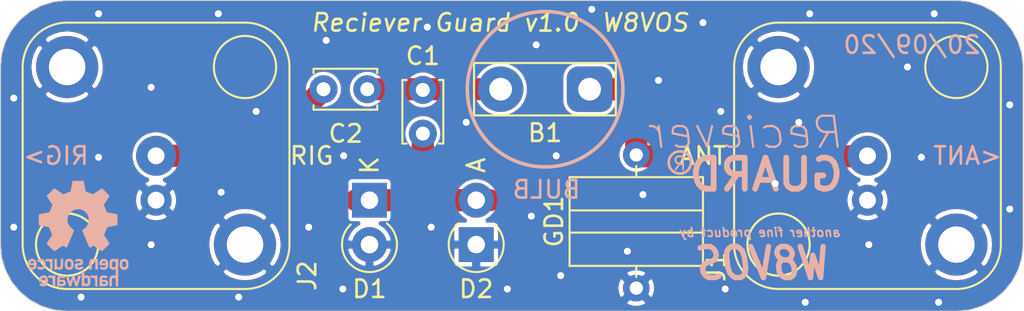
<source format=kicad_pcb>
(kicad_pcb (version 20171130) (host pcbnew "(5.1.6-0-10_14)")

  (general
    (thickness 1.6)
    (drawings 23)
    (tracks 52)
    (zones 0)
    (modules 9)
    (nets 6)
  )

  (page A4)
  (layers
    (0 F.Cu signal)
    (31 B.Cu signal)
    (32 B.Adhes user)
    (33 F.Adhes user)
    (34 B.Paste user)
    (35 F.Paste user)
    (36 B.SilkS user)
    (37 F.SilkS user)
    (38 B.Mask user)
    (39 F.Mask user)
    (40 Dwgs.User user)
    (41 Cmts.User user)
    (42 Eco1.User user)
    (43 Eco2.User user)
    (44 Edge.Cuts user)
    (45 Margin user)
    (46 B.CrtYd user)
    (47 F.CrtYd user)
    (48 B.Fab user hide)
    (49 F.Fab user hide)
  )

  (setup
    (last_trace_width 0.25)
    (user_trace_width 1.27)
    (trace_clearance 0.2)
    (zone_clearance 0)
    (zone_45_only no)
    (trace_min 0.2)
    (via_size 0.8)
    (via_drill 0.4)
    (via_min_size 0.4)
    (via_min_drill 0.3)
    (uvia_size 0.3)
    (uvia_drill 0.1)
    (uvias_allowed no)
    (uvia_min_size 0.2)
    (uvia_min_drill 0.1)
    (edge_width 0.05)
    (segment_width 0.2)
    (pcb_text_width 0.3)
    (pcb_text_size 1.5 1.5)
    (mod_edge_width 0.12)
    (mod_text_size 1 1)
    (mod_text_width 0.15)
    (pad_size 1.524 1.524)
    (pad_drill 0.762)
    (pad_to_mask_clearance 0.05)
    (aux_axis_origin 0 0)
    (grid_origin 155.448 62.23)
    (visible_elements FFFFF77F)
    (pcbplotparams
      (layerselection 0x010fc_ffffffff)
      (usegerberextensions false)
      (usegerberattributes true)
      (usegerberadvancedattributes true)
      (creategerberjobfile true)
      (excludeedgelayer true)
      (linewidth 0.100000)
      (plotframeref false)
      (viasonmask false)
      (mode 1)
      (useauxorigin false)
      (hpglpennumber 1)
      (hpglpenspeed 20)
      (hpglpendiameter 15.000000)
      (psnegative false)
      (psa4output false)
      (plotreference true)
      (plotvalue true)
      (plotinvisibletext false)
      (padsonsilk false)
      (subtractmaskfromsilk false)
      (outputformat 1)
      (mirror false)
      (drillshape 1)
      (scaleselection 1)
      (outputdirectory ""))
  )

  (net 0 "")
  (net 1 "Net-(B1-Pad1)")
  (net 2 "Net-(B1-Pad2)")
  (net 3 "Net-(C1-Pad2)")
  (net 4 "Net-(C2-Pad1)")
  (net 5 GNDPWR)

  (net_class Default "This is the default net class."
    (clearance 0.2)
    (trace_width 0.25)
    (via_dia 0.8)
    (via_drill 0.4)
    (uvia_dia 0.3)
    (uvia_drill 0.1)
    (add_net GNDPWR)
    (add_net "Net-(B1-Pad1)")
    (add_net "Net-(B1-Pad2)")
    (add_net "Net-(C1-Pad2)")
    (add_net "Net-(C2-Pad1)")
  )

  (module Symbol:OSHW-Logo_5.7x6mm_SilkScreen (layer B.Cu) (tedit 0) (tstamp 5F621D7A)
    (at 132.715 61.595 180)
    (descr "Open Source Hardware Logo")
    (tags "Logo OSHW")
    (attr virtual)
    (fp_text reference REF** (at 0 0) (layer B.SilkS) hide
      (effects (font (size 1 1) (thickness 0.15)) (justify mirror))
    )
    (fp_text value OSHW-Logo_5.7x6mm_SilkScreen (at 0.75 0) (layer B.Fab) hide
      (effects (font (size 1 1) (thickness 0.15)) (justify mirror))
    )
    (fp_poly (pts (xy -1.908759 -1.469184) (xy -1.882247 -1.482282) (xy -1.849553 -1.505106) (xy -1.825725 -1.529996)
      (xy -1.809406 -1.561249) (xy -1.79924 -1.603166) (xy -1.793872 -1.660044) (xy -1.791944 -1.736184)
      (xy -1.791831 -1.768917) (xy -1.792161 -1.840656) (xy -1.793527 -1.891927) (xy -1.7965 -1.927404)
      (xy -1.801649 -1.951763) (xy -1.809543 -1.96968) (xy -1.817757 -1.981902) (xy -1.870187 -2.033905)
      (xy -1.93193 -2.065184) (xy -1.998536 -2.074592) (xy -2.065558 -2.06098) (xy -2.086792 -2.051354)
      (xy -2.137624 -2.024859) (xy -2.137624 -2.440052) (xy -2.100525 -2.420868) (xy -2.051643 -2.406025)
      (xy -1.991561 -2.402222) (xy -1.931564 -2.409243) (xy -1.886256 -2.425013) (xy -1.848675 -2.455047)
      (xy -1.816564 -2.498024) (xy -1.81415 -2.502436) (xy -1.803967 -2.523221) (xy -1.79653 -2.54417)
      (xy -1.791411 -2.569548) (xy -1.788181 -2.603618) (xy -1.786413 -2.650641) (xy -1.785677 -2.714882)
      (xy -1.785544 -2.787176) (xy -1.785544 -3.017822) (xy -1.923861 -3.017822) (xy -1.923861 -2.592533)
      (xy -1.962549 -2.559979) (xy -2.002738 -2.53394) (xy -2.040797 -2.529205) (xy -2.079066 -2.541389)
      (xy -2.099462 -2.55332) (xy -2.114642 -2.570313) (xy -2.125438 -2.595995) (xy -2.132683 -2.633991)
      (xy -2.137208 -2.687926) (xy -2.139844 -2.761425) (xy -2.140772 -2.810347) (xy -2.143911 -3.011535)
      (xy -2.209926 -3.015336) (xy -2.27594 -3.019136) (xy -2.27594 -1.77065) (xy -2.137624 -1.77065)
      (xy -2.134097 -1.840254) (xy -2.122215 -1.888569) (xy -2.10002 -1.918631) (xy -2.065559 -1.933471)
      (xy -2.030742 -1.936436) (xy -1.991329 -1.933028) (xy -1.965171 -1.919617) (xy -1.948814 -1.901896)
      (xy -1.935937 -1.882835) (xy -1.928272 -1.861601) (xy -1.924861 -1.831849) (xy -1.924749 -1.787236)
      (xy -1.925897 -1.74988) (xy -1.928532 -1.693604) (xy -1.932456 -1.656658) (xy -1.939063 -1.633223)
      (xy -1.949749 -1.61748) (xy -1.959833 -1.60838) (xy -2.00197 -1.588537) (xy -2.05184 -1.585332)
      (xy -2.080476 -1.592168) (xy -2.108828 -1.616464) (xy -2.127609 -1.663728) (xy -2.136712 -1.733624)
      (xy -2.137624 -1.77065) (xy -2.27594 -1.77065) (xy -2.27594 -1.458614) (xy -2.206782 -1.458614)
      (xy -2.16526 -1.460256) (xy -2.143838 -1.466087) (xy -2.137626 -1.477461) (xy -2.137624 -1.477798)
      (xy -2.134742 -1.488938) (xy -2.12203 -1.487673) (xy -2.096757 -1.475433) (xy -2.037869 -1.456707)
      (xy -1.971615 -1.454739) (xy -1.908759 -1.469184)) (layer B.SilkS) (width 0.01))
    (fp_poly (pts (xy -1.38421 -2.406555) (xy -1.325055 -2.422339) (xy -1.280023 -2.450948) (xy -1.248246 -2.488419)
      (xy -1.238366 -2.504411) (xy -1.231073 -2.521163) (xy -1.225974 -2.542592) (xy -1.222679 -2.572616)
      (xy -1.220797 -2.615154) (xy -1.219937 -2.674122) (xy -1.219707 -2.75344) (xy -1.219703 -2.774484)
      (xy -1.219703 -3.017822) (xy -1.280059 -3.017822) (xy -1.318557 -3.015126) (xy -1.347023 -3.008295)
      (xy -1.354155 -3.004083) (xy -1.373652 -2.996813) (xy -1.393566 -3.004083) (xy -1.426353 -3.01316)
      (xy -1.473978 -3.016813) (xy -1.526764 -3.015228) (xy -1.575036 -3.008589) (xy -1.603218 -3.000072)
      (xy -1.657753 -2.965063) (xy -1.691835 -2.916479) (xy -1.707157 -2.851882) (xy -1.707299 -2.850223)
      (xy -1.705955 -2.821566) (xy -1.584356 -2.821566) (xy -1.573726 -2.854161) (xy -1.55641 -2.872505)
      (xy -1.521652 -2.886379) (xy -1.475773 -2.891917) (xy -1.428988 -2.889191) (xy -1.391514 -2.878274)
      (xy -1.381015 -2.871269) (xy -1.362668 -2.838904) (xy -1.35802 -2.802111) (xy -1.35802 -2.753763)
      (xy -1.427582 -2.753763) (xy -1.493667 -2.75885) (xy -1.543764 -2.773263) (xy -1.574929 -2.795729)
      (xy -1.584356 -2.821566) (xy -1.705955 -2.821566) (xy -1.703987 -2.779647) (xy -1.68071 -2.723845)
      (xy -1.636948 -2.681647) (xy -1.630899 -2.677808) (xy -1.604907 -2.665309) (xy -1.572735 -2.65774)
      (xy -1.52776 -2.654061) (xy -1.474331 -2.653216) (xy -1.35802 -2.653169) (xy -1.35802 -2.604411)
      (xy -1.362953 -2.566581) (xy -1.375543 -2.541236) (xy -1.377017 -2.539887) (xy -1.405034 -2.5288)
      (xy -1.447326 -2.524503) (xy -1.494064 -2.526615) (xy -1.535418 -2.534756) (xy -1.559957 -2.546965)
      (xy -1.573253 -2.556746) (xy -1.587294 -2.558613) (xy -1.606671 -2.5506) (xy -1.635976 -2.530739)
      (xy -1.679803 -2.497063) (xy -1.683825 -2.493909) (xy -1.681764 -2.482236) (xy -1.664568 -2.462822)
      (xy -1.638433 -2.441248) (xy -1.609552 -2.423096) (xy -1.600478 -2.418809) (xy -1.56738 -2.410256)
      (xy -1.51888 -2.404155) (xy -1.464695 -2.401708) (xy -1.462161 -2.401703) (xy -1.38421 -2.406555)) (layer B.SilkS) (width 0.01))
    (fp_poly (pts (xy -0.993356 -2.40302) (xy -0.974539 -2.40866) (xy -0.968473 -2.421053) (xy -0.968218 -2.426647)
      (xy -0.967129 -2.44223) (xy -0.959632 -2.444676) (xy -0.939381 -2.433993) (xy -0.927351 -2.426694)
      (xy -0.8894 -2.411063) (xy -0.844072 -2.403334) (xy -0.796544 -2.40274) (xy -0.751995 -2.408513)
      (xy -0.715602 -2.419884) (xy -0.692543 -2.436088) (xy -0.687996 -2.456355) (xy -0.690291 -2.461843)
      (xy -0.70702 -2.484626) (xy -0.732963 -2.512647) (xy -0.737655 -2.517177) (xy -0.762383 -2.538005)
      (xy -0.783718 -2.544735) (xy -0.813555 -2.540038) (xy -0.825508 -2.536917) (xy -0.862705 -2.529421)
      (xy -0.888859 -2.532792) (xy -0.910946 -2.544681) (xy -0.931178 -2.560635) (xy -0.946079 -2.5807)
      (xy -0.956434 -2.608702) (xy -0.963029 -2.648467) (xy -0.966649 -2.703823) (xy -0.968078 -2.778594)
      (xy -0.968218 -2.82374) (xy -0.968218 -3.017822) (xy -1.09396 -3.017822) (xy -1.09396 -2.401683)
      (xy -1.031089 -2.401683) (xy -0.993356 -2.40302)) (layer B.SilkS) (width 0.01))
    (fp_poly (pts (xy -0.201188 -3.017822) (xy -0.270346 -3.017822) (xy -0.310488 -3.016645) (xy -0.331394 -3.011772)
      (xy -0.338922 -3.001186) (xy -0.339505 -2.994029) (xy -0.340774 -2.979676) (xy -0.348779 -2.976923)
      (xy -0.369815 -2.985771) (xy -0.386173 -2.994029) (xy -0.448977 -3.013597) (xy -0.517248 -3.014729)
      (xy -0.572752 -3.000135) (xy -0.624438 -2.964877) (xy -0.663838 -2.912835) (xy -0.685413 -2.85145)
      (xy -0.685962 -2.848018) (xy -0.689167 -2.810571) (xy -0.690761 -2.756813) (xy -0.690633 -2.716155)
      (xy -0.553279 -2.716155) (xy -0.550097 -2.770194) (xy -0.542859 -2.814735) (xy -0.53306 -2.839888)
      (xy -0.495989 -2.87426) (xy -0.451974 -2.886582) (xy -0.406584 -2.876618) (xy -0.367797 -2.846895)
      (xy -0.353108 -2.826905) (xy -0.344519 -2.80305) (xy -0.340496 -2.76823) (xy -0.339505 -2.71593)
      (xy -0.341278 -2.664139) (xy -0.345963 -2.618634) (xy -0.352603 -2.588181) (xy -0.35371 -2.585452)
      (xy -0.380491 -2.553) (xy -0.419579 -2.535183) (xy -0.463315 -2.532306) (xy -0.504038 -2.544674)
      (xy -0.534087 -2.572593) (xy -0.537204 -2.578148) (xy -0.546961 -2.612022) (xy -0.552277 -2.660728)
      (xy -0.553279 -2.716155) (xy -0.690633 -2.716155) (xy -0.690568 -2.69554) (xy -0.689664 -2.662563)
      (xy -0.683514 -2.580981) (xy -0.670733 -2.51973) (xy -0.649471 -2.474449) (xy -0.617878 -2.440779)
      (xy -0.587207 -2.421014) (xy -0.544354 -2.40712) (xy -0.491056 -2.402354) (xy -0.43648 -2.406236)
      (xy -0.389792 -2.418282) (xy -0.365124 -2.432693) (xy -0.339505 -2.455878) (xy -0.339505 -2.162773)
      (xy -0.201188 -2.162773) (xy -0.201188 -3.017822)) (layer B.SilkS) (width 0.01))
    (fp_poly (pts (xy 0.281524 -2.404237) (xy 0.331255 -2.407971) (xy 0.461291 -2.797773) (xy 0.481678 -2.728614)
      (xy 0.493946 -2.685874) (xy 0.510085 -2.628115) (xy 0.527512 -2.564625) (xy 0.536726 -2.53057)
      (xy 0.571388 -2.401683) (xy 0.714391 -2.401683) (xy 0.671646 -2.536857) (xy 0.650596 -2.603342)
      (xy 0.625167 -2.683539) (xy 0.59861 -2.767193) (xy 0.574902 -2.841782) (xy 0.520902 -3.011535)
      (xy 0.462598 -3.015328) (xy 0.404295 -3.019122) (xy 0.372679 -2.914734) (xy 0.353182 -2.849889)
      (xy 0.331904 -2.7784) (xy 0.313308 -2.715263) (xy 0.312574 -2.71275) (xy 0.298684 -2.669969)
      (xy 0.286429 -2.640779) (xy 0.277846 -2.629741) (xy 0.276082 -2.631018) (xy 0.269891 -2.64813)
      (xy 0.258128 -2.684787) (xy 0.242225 -2.736378) (xy 0.223614 -2.798294) (xy 0.213543 -2.832352)
      (xy 0.159007 -3.017822) (xy 0.043264 -3.017822) (xy -0.049263 -2.725471) (xy -0.075256 -2.643462)
      (xy -0.098934 -2.568987) (xy -0.11918 -2.505544) (xy -0.134874 -2.456632) (xy -0.144898 -2.425749)
      (xy -0.147945 -2.416726) (xy -0.145533 -2.407487) (xy -0.126592 -2.403441) (xy -0.087177 -2.403846)
      (xy -0.081007 -2.404152) (xy -0.007914 -2.407971) (xy 0.039957 -2.58401) (xy 0.057553 -2.648211)
      (xy 0.073277 -2.704649) (xy 0.085746 -2.748422) (xy 0.093574 -2.77463) (xy 0.09502 -2.778903)
      (xy 0.101014 -2.77399) (xy 0.113101 -2.748532) (xy 0.129893 -2.705997) (xy 0.150003 -2.64985)
      (xy 0.167003 -2.59913) (xy 0.231794 -2.400504) (xy 0.281524 -2.404237)) (layer B.SilkS) (width 0.01))
    (fp_poly (pts (xy 1.038411 -2.405417) (xy 1.091411 -2.41829) (xy 1.106731 -2.42511) (xy 1.136428 -2.442974)
      (xy 1.15922 -2.463093) (xy 1.176083 -2.488962) (xy 1.187998 -2.524073) (xy 1.195942 -2.57192)
      (xy 1.200894 -2.635996) (xy 1.203831 -2.719794) (xy 1.204947 -2.775768) (xy 1.209052 -3.017822)
      (xy 1.138932 -3.017822) (xy 1.096393 -3.016038) (xy 1.074476 -3.009942) (xy 1.068812 -2.999706)
      (xy 1.065821 -2.988637) (xy 1.052451 -2.990754) (xy 1.034233 -2.999629) (xy 0.988624 -3.013233)
      (xy 0.930007 -3.016899) (xy 0.868354 -3.010903) (xy 0.813638 -2.995521) (xy 0.80873 -2.993386)
      (xy 0.758723 -2.958255) (xy 0.725756 -2.909419) (xy 0.710587 -2.852333) (xy 0.711746 -2.831824)
      (xy 0.835508 -2.831824) (xy 0.846413 -2.859425) (xy 0.878745 -2.879204) (xy 0.93091 -2.889819)
      (xy 0.958787 -2.891228) (xy 1.005247 -2.88762) (xy 1.036129 -2.873597) (xy 1.043664 -2.866931)
      (xy 1.064076 -2.830666) (xy 1.068812 -2.797773) (xy 1.068812 -2.753763) (xy 1.007513 -2.753763)
      (xy 0.936256 -2.757395) (xy 0.886276 -2.768818) (xy 0.854696 -2.788824) (xy 0.847626 -2.797743)
      (xy 0.835508 -2.831824) (xy 0.711746 -2.831824) (xy 0.713971 -2.792456) (xy 0.736663 -2.735244)
      (xy 0.767624 -2.69658) (xy 0.786376 -2.679864) (xy 0.804733 -2.668878) (xy 0.828619 -2.66218)
      (xy 0.863957 -2.658326) (xy 0.916669 -2.655873) (xy 0.937577 -2.655168) (xy 1.068812 -2.650879)
      (xy 1.06862 -2.611158) (xy 1.063537 -2.569405) (xy 1.045162 -2.544158) (xy 1.008039 -2.52803)
      (xy 1.007043 -2.527742) (xy 0.95441 -2.5214) (xy 0.902906 -2.529684) (xy 0.86463 -2.549827)
      (xy 0.849272 -2.559773) (xy 0.83273 -2.558397) (xy 0.807275 -2.543987) (xy 0.792328 -2.533817)
      (xy 0.763091 -2.512088) (xy 0.74498 -2.4958) (xy 0.742074 -2.491137) (xy 0.75404 -2.467005)
      (xy 0.789396 -2.438185) (xy 0.804753 -2.428461) (xy 0.848901 -2.411714) (xy 0.908398 -2.402227)
      (xy 0.974487 -2.400095) (xy 1.038411 -2.405417)) (layer B.SilkS) (width 0.01))
    (fp_poly (pts (xy 1.635255 -2.401486) (xy 1.683595 -2.411015) (xy 1.711114 -2.425125) (xy 1.740064 -2.448568)
      (xy 1.698876 -2.500571) (xy 1.673482 -2.532064) (xy 1.656238 -2.547428) (xy 1.639102 -2.549776)
      (xy 1.614027 -2.542217) (xy 1.602257 -2.537941) (xy 1.55427 -2.531631) (xy 1.510324 -2.545156)
      (xy 1.47806 -2.57571) (xy 1.472819 -2.585452) (xy 1.467112 -2.611258) (xy 1.462706 -2.658817)
      (xy 1.459811 -2.724758) (xy 1.458631 -2.80571) (xy 1.458614 -2.817226) (xy 1.458614 -3.017822)
      (xy 1.320297 -3.017822) (xy 1.320297 -2.401683) (xy 1.389456 -2.401683) (xy 1.429333 -2.402725)
      (xy 1.450107 -2.407358) (xy 1.457789 -2.417849) (xy 1.458614 -2.427745) (xy 1.458614 -2.453806)
      (xy 1.491745 -2.427745) (xy 1.529735 -2.409965) (xy 1.58077 -2.401174) (xy 1.635255 -2.401486)) (layer B.SilkS) (width 0.01))
    (fp_poly (pts (xy 2.032581 -2.40497) (xy 2.092685 -2.420597) (xy 2.143021 -2.452848) (xy 2.167393 -2.47694)
      (xy 2.207345 -2.533895) (xy 2.230242 -2.599965) (xy 2.238108 -2.681182) (xy 2.238148 -2.687748)
      (xy 2.238218 -2.753763) (xy 1.858264 -2.753763) (xy 1.866363 -2.788342) (xy 1.880987 -2.819659)
      (xy 1.906581 -2.852291) (xy 1.911935 -2.8575) (xy 1.957943 -2.885694) (xy 2.01041 -2.890475)
      (xy 2.070803 -2.871926) (xy 2.08104 -2.866931) (xy 2.112439 -2.851745) (xy 2.13347 -2.843094)
      (xy 2.137139 -2.842293) (xy 2.149948 -2.850063) (xy 2.174378 -2.869072) (xy 2.186779 -2.87946)
      (xy 2.212476 -2.903321) (xy 2.220915 -2.919077) (xy 2.215058 -2.933571) (xy 2.211928 -2.937534)
      (xy 2.190725 -2.954879) (xy 2.155738 -2.975959) (xy 2.131337 -2.988265) (xy 2.062072 -3.009946)
      (xy 1.985388 -3.016971) (xy 1.912765 -3.008647) (xy 1.892426 -3.002686) (xy 1.829476 -2.968952)
      (xy 1.782815 -2.917045) (xy 1.752173 -2.846459) (xy 1.737282 -2.756692) (xy 1.735647 -2.709753)
      (xy 1.740421 -2.641413) (xy 1.86099 -2.641413) (xy 1.872652 -2.646465) (xy 1.903998 -2.650429)
      (xy 1.949571 -2.652768) (xy 1.980446 -2.653169) (xy 2.035981 -2.652783) (xy 2.071033 -2.650975)
      (xy 2.090262 -2.646773) (xy 2.09833 -2.639203) (xy 2.099901 -2.628218) (xy 2.089121 -2.594381)
      (xy 2.06198 -2.56094) (xy 2.026277 -2.535272) (xy 1.99056 -2.524772) (xy 1.942048 -2.534086)
      (xy 1.900053 -2.561013) (xy 1.870936 -2.599827) (xy 1.86099 -2.641413) (xy 1.740421 -2.641413)
      (xy 1.742599 -2.610236) (xy 1.764055 -2.530949) (xy 1.80047 -2.471263) (xy 1.852297 -2.430549)
      (xy 1.91999 -2.408179) (xy 1.956662 -2.403871) (xy 2.032581 -2.40497)) (layer B.SilkS) (width 0.01))
    (fp_poly (pts (xy -2.538261 -1.465148) (xy -2.472479 -1.494231) (xy -2.42254 -1.542793) (xy -2.388374 -1.610908)
      (xy -2.369907 -1.698651) (xy -2.368583 -1.712351) (xy -2.367546 -1.808939) (xy -2.380993 -1.893602)
      (xy -2.408108 -1.962221) (xy -2.422627 -1.984294) (xy -2.473201 -2.031011) (xy -2.537609 -2.061268)
      (xy -2.609666 -2.073824) (xy -2.683185 -2.067439) (xy -2.739072 -2.047772) (xy -2.787132 -2.014629)
      (xy -2.826412 -1.971175) (xy -2.827092 -1.970158) (xy -2.843044 -1.943338) (xy -2.85341 -1.916368)
      (xy -2.859688 -1.882332) (xy -2.863373 -1.83431) (xy -2.864997 -1.794931) (xy -2.865672 -1.759219)
      (xy -2.739955 -1.759219) (xy -2.738726 -1.79477) (xy -2.734266 -1.842094) (xy -2.726397 -1.872465)
      (xy -2.712207 -1.894072) (xy -2.698917 -1.906694) (xy -2.651802 -1.933122) (xy -2.602505 -1.936653)
      (xy -2.556593 -1.917639) (xy -2.533638 -1.896331) (xy -2.517096 -1.874859) (xy -2.507421 -1.854313)
      (xy -2.503174 -1.827574) (xy -2.50292 -1.787523) (xy -2.504228 -1.750638) (xy -2.507043 -1.697947)
      (xy -2.511505 -1.663772) (xy -2.519548 -1.64148) (xy -2.533103 -1.624442) (xy -2.543845 -1.614703)
      (xy -2.588777 -1.589123) (xy -2.637249 -1.587847) (xy -2.677894 -1.602999) (xy -2.712567 -1.634642)
      (xy -2.733224 -1.68662) (xy -2.739955 -1.759219) (xy -2.865672 -1.759219) (xy -2.866479 -1.716621)
      (xy -2.863948 -1.658056) (xy -2.856362 -1.614007) (xy -2.842681 -1.579248) (xy -2.821865 -1.548551)
      (xy -2.814147 -1.539436) (xy -2.765889 -1.494021) (xy -2.714128 -1.467493) (xy -2.650828 -1.456379)
      (xy -2.619961 -1.455471) (xy -2.538261 -1.465148)) (layer B.SilkS) (width 0.01))
    (fp_poly (pts (xy -1.356699 -1.472614) (xy -1.344168 -1.478514) (xy -1.300799 -1.510283) (xy -1.25979 -1.556646)
      (xy -1.229168 -1.607696) (xy -1.220459 -1.631166) (xy -1.212512 -1.673091) (xy -1.207774 -1.723757)
      (xy -1.207199 -1.744679) (xy -1.207129 -1.810693) (xy -1.587083 -1.810693) (xy -1.578983 -1.845273)
      (xy -1.559104 -1.88617) (xy -1.524347 -1.921514) (xy -1.482998 -1.944282) (xy -1.456649 -1.94901)
      (xy -1.420916 -1.943273) (xy -1.378282 -1.928882) (xy -1.363799 -1.922262) (xy -1.31024 -1.895513)
      (xy -1.264533 -1.930376) (xy -1.238158 -1.953955) (xy -1.224124 -1.973417) (xy -1.223414 -1.979129)
      (xy -1.235951 -1.992973) (xy -1.263428 -2.014012) (xy -1.288366 -2.030425) (xy -1.355664 -2.05993)
      (xy -1.43111 -2.073284) (xy -1.505888 -2.069812) (xy -1.565495 -2.051663) (xy -1.626941 -2.012784)
      (xy -1.670608 -1.961595) (xy -1.697926 -1.895367) (xy -1.710322 -1.811371) (xy -1.711421 -1.772936)
      (xy -1.707022 -1.684861) (xy -1.706482 -1.682299) (xy -1.580582 -1.682299) (xy -1.577115 -1.690558)
      (xy -1.562863 -1.695113) (xy -1.53347 -1.697065) (xy -1.484575 -1.697517) (xy -1.465748 -1.697525)
      (xy -1.408467 -1.696843) (xy -1.372141 -1.694364) (xy -1.352604 -1.689443) (xy -1.34569 -1.681434)
      (xy -1.345445 -1.678862) (xy -1.353336 -1.658423) (xy -1.373085 -1.629789) (xy -1.381575 -1.619763)
      (xy -1.413094 -1.591408) (xy -1.445949 -1.580259) (xy -1.463651 -1.579327) (xy -1.511539 -1.590981)
      (xy -1.551699 -1.622285) (xy -1.577173 -1.667752) (xy -1.577625 -1.669233) (xy -1.580582 -1.682299)
      (xy -1.706482 -1.682299) (xy -1.692392 -1.61551) (xy -1.666038 -1.560025) (xy -1.633807 -1.520639)
      (xy -1.574217 -1.477931) (xy -1.504168 -1.455109) (xy -1.429661 -1.453046) (xy -1.356699 -1.472614)) (layer B.SilkS) (width 0.01))
    (fp_poly (pts (xy 0.014017 -1.456452) (xy 0.061634 -1.465482) (xy 0.111034 -1.48437) (xy 0.116312 -1.486777)
      (xy 0.153774 -1.506476) (xy 0.179717 -1.524781) (xy 0.188103 -1.536508) (xy 0.180117 -1.555632)
      (xy 0.16072 -1.58385) (xy 0.15211 -1.594384) (xy 0.116628 -1.635847) (xy 0.070885 -1.608858)
      (xy 0.02735 -1.590878) (xy -0.02295 -1.581267) (xy -0.071188 -1.58066) (xy -0.108533 -1.589691)
      (xy -0.117495 -1.595327) (xy -0.134563 -1.621171) (xy -0.136637 -1.650941) (xy -0.123866 -1.674197)
      (xy -0.116312 -1.678708) (xy -0.093675 -1.684309) (xy -0.053885 -1.690892) (xy -0.004834 -1.697183)
      (xy 0.004215 -1.69817) (xy 0.082996 -1.711798) (xy 0.140136 -1.734946) (xy 0.17803 -1.769752)
      (xy 0.199079 -1.818354) (xy 0.205635 -1.877718) (xy 0.196577 -1.945198) (xy 0.167164 -1.998188)
      (xy 0.117278 -2.036783) (xy 0.0468 -2.061081) (xy -0.031435 -2.070667) (xy -0.095234 -2.070552)
      (xy -0.146984 -2.061845) (xy -0.182327 -2.049825) (xy -0.226983 -2.02888) (xy -0.268253 -2.004574)
      (xy -0.282921 -1.993876) (xy -0.320643 -1.963084) (xy -0.275148 -1.917049) (xy -0.229653 -1.871013)
      (xy -0.177928 -1.905243) (xy -0.126048 -1.930952) (xy -0.070649 -1.944399) (xy -0.017395 -1.945818)
      (xy 0.028049 -1.935443) (xy 0.060016 -1.913507) (xy 0.070338 -1.894998) (xy 0.068789 -1.865314)
      (xy 0.04314 -1.842615) (xy -0.00654 -1.82694) (xy -0.060969 -1.819695) (xy -0.144736 -1.805873)
      (xy -0.206967 -1.779796) (xy -0.248493 -1.740699) (xy -0.270147 -1.68782) (xy -0.273147 -1.625126)
      (xy -0.258329 -1.559642) (xy -0.224546 -1.510144) (xy -0.171495 -1.476408) (xy -0.098874 -1.458207)
      (xy -0.045072 -1.454639) (xy 0.014017 -1.456452)) (layer B.SilkS) (width 0.01))
    (fp_poly (pts (xy 0.610762 -1.466055) (xy 0.674363 -1.500692) (xy 0.724123 -1.555372) (xy 0.747568 -1.599842)
      (xy 0.757634 -1.639121) (xy 0.764156 -1.695116) (xy 0.766951 -1.759621) (xy 0.765836 -1.824429)
      (xy 0.760626 -1.881334) (xy 0.754541 -1.911727) (xy 0.734014 -1.953306) (xy 0.698463 -1.997468)
      (xy 0.655619 -2.036087) (xy 0.613211 -2.061034) (xy 0.612177 -2.06143) (xy 0.559553 -2.072331)
      (xy 0.497188 -2.072601) (xy 0.437924 -2.062676) (xy 0.41504 -2.054722) (xy 0.356102 -2.0213)
      (xy 0.31389 -1.977511) (xy 0.286156 -1.919538) (xy 0.270651 -1.843565) (xy 0.267143 -1.803771)
      (xy 0.26759 -1.753766) (xy 0.402376 -1.753766) (xy 0.406917 -1.826732) (xy 0.419986 -1.882334)
      (xy 0.440756 -1.917861) (xy 0.455552 -1.92802) (xy 0.493464 -1.935104) (xy 0.538527 -1.933007)
      (xy 0.577487 -1.922812) (xy 0.587704 -1.917204) (xy 0.614659 -1.884538) (xy 0.632451 -1.834545)
      (xy 0.640024 -1.773705) (xy 0.636325 -1.708497) (xy 0.628057 -1.669253) (xy 0.60432 -1.623805)
      (xy 0.566849 -1.595396) (xy 0.52172 -1.585573) (xy 0.475011 -1.595887) (xy 0.439132 -1.621112)
      (xy 0.420277 -1.641925) (xy 0.409272 -1.662439) (xy 0.404026 -1.690203) (xy 0.402449 -1.732762)
      (xy 0.402376 -1.753766) (xy 0.26759 -1.753766) (xy 0.268094 -1.69758) (xy 0.285388 -1.610501)
      (xy 0.319029 -1.54253) (xy 0.369018 -1.493664) (xy 0.435356 -1.463899) (xy 0.449601 -1.460448)
      (xy 0.53521 -1.452345) (xy 0.610762 -1.466055)) (layer B.SilkS) (width 0.01))
    (fp_poly (pts (xy 0.993367 -1.654342) (xy 0.994555 -1.746563) (xy 0.998897 -1.81661) (xy 1.007558 -1.867381)
      (xy 1.021704 -1.901772) (xy 1.0425 -1.922679) (xy 1.07111 -1.933) (xy 1.106535 -1.935636)
      (xy 1.143636 -1.932682) (xy 1.171818 -1.921889) (xy 1.192243 -1.90036) (xy 1.206079 -1.865199)
      (xy 1.214491 -1.81351) (xy 1.218643 -1.742394) (xy 1.219703 -1.654342) (xy 1.219703 -1.458614)
      (xy 1.35802 -1.458614) (xy 1.35802 -2.062179) (xy 1.288862 -2.062179) (xy 1.24717 -2.060489)
      (xy 1.225701 -2.054556) (xy 1.219703 -2.043293) (xy 1.216091 -2.033261) (xy 1.201714 -2.035383)
      (xy 1.172736 -2.04958) (xy 1.106319 -2.07148) (xy 1.035875 -2.069928) (xy 0.968377 -2.046147)
      (xy 0.936233 -2.027362) (xy 0.911715 -2.007022) (xy 0.893804 -1.981573) (xy 0.881479 -1.947458)
      (xy 0.873723 -1.901121) (xy 0.869516 -1.839007) (xy 0.86784 -1.757561) (xy 0.867624 -1.694578)
      (xy 0.867624 -1.458614) (xy 0.993367 -1.458614) (xy 0.993367 -1.654342)) (layer B.SilkS) (width 0.01))
    (fp_poly (pts (xy 2.217226 -1.46388) (xy 2.29008 -1.49483) (xy 2.313027 -1.509895) (xy 2.342354 -1.533048)
      (xy 2.360764 -1.551253) (xy 2.363961 -1.557183) (xy 2.354935 -1.57034) (xy 2.331837 -1.592667)
      (xy 2.313344 -1.60825) (xy 2.262728 -1.648926) (xy 2.22276 -1.615295) (xy 2.191874 -1.593584)
      (xy 2.161759 -1.58609) (xy 2.127292 -1.58792) (xy 2.072561 -1.601528) (xy 2.034886 -1.629772)
      (xy 2.011991 -1.675433) (xy 2.001597 -1.741289) (xy 2.001595 -1.741331) (xy 2.002494 -1.814939)
      (xy 2.016463 -1.868946) (xy 2.044328 -1.905716) (xy 2.063325 -1.918168) (xy 2.113776 -1.933673)
      (xy 2.167663 -1.933683) (xy 2.214546 -1.918638) (xy 2.225644 -1.911287) (xy 2.253476 -1.892511)
      (xy 2.275236 -1.889434) (xy 2.298704 -1.903409) (xy 2.324649 -1.92851) (xy 2.365716 -1.97088)
      (xy 2.320121 -2.008464) (xy 2.249674 -2.050882) (xy 2.170233 -2.071785) (xy 2.087215 -2.070272)
      (xy 2.032694 -2.056411) (xy 1.96897 -2.022135) (xy 1.918005 -1.968212) (xy 1.894851 -1.930149)
      (xy 1.876099 -1.875536) (xy 1.866715 -1.806369) (xy 1.866643 -1.731407) (xy 1.875824 -1.659409)
      (xy 1.894199 -1.599137) (xy 1.897093 -1.592958) (xy 1.939952 -1.532351) (xy 1.997979 -1.488224)
      (xy 2.066591 -1.461493) (xy 2.141201 -1.453073) (xy 2.217226 -1.46388)) (layer B.SilkS) (width 0.01))
    (fp_poly (pts (xy 2.677898 -1.456457) (xy 2.710096 -1.464279) (xy 2.771825 -1.492921) (xy 2.82461 -1.536667)
      (xy 2.861141 -1.589117) (xy 2.86616 -1.600893) (xy 2.873045 -1.63174) (xy 2.877864 -1.677371)
      (xy 2.879505 -1.723492) (xy 2.879505 -1.810693) (xy 2.697178 -1.810693) (xy 2.621979 -1.810978)
      (xy 2.569003 -1.812704) (xy 2.535325 -1.817181) (xy 2.51802 -1.82572) (xy 2.514163 -1.83963)
      (xy 2.520829 -1.860222) (xy 2.53277 -1.884315) (xy 2.56608 -1.924525) (xy 2.612368 -1.944558)
      (xy 2.668944 -1.943905) (xy 2.733031 -1.922101) (xy 2.788417 -1.895193) (xy 2.834375 -1.931532)
      (xy 2.880333 -1.967872) (xy 2.837096 -2.007819) (xy 2.779374 -2.045563) (xy 2.708386 -2.06832)
      (xy 2.632029 -2.074688) (xy 2.558199 -2.063268) (xy 2.546287 -2.059393) (xy 2.481399 -2.025506)
      (xy 2.43313 -1.974986) (xy 2.400465 -1.906325) (xy 2.382385 -1.818014) (xy 2.382175 -1.816121)
      (xy 2.380556 -1.719878) (xy 2.3871 -1.685542) (xy 2.514852 -1.685542) (xy 2.526584 -1.690822)
      (xy 2.558438 -1.694867) (xy 2.605397 -1.697176) (xy 2.635154 -1.697525) (xy 2.690648 -1.697306)
      (xy 2.725346 -1.695916) (xy 2.743601 -1.692251) (xy 2.749766 -1.68521) (xy 2.748195 -1.67369)
      (xy 2.746878 -1.669233) (xy 2.724382 -1.627355) (xy 2.689003 -1.593604) (xy 2.65778 -1.578773)
      (xy 2.616301 -1.579668) (xy 2.574269 -1.598164) (xy 2.539012 -1.628786) (xy 2.517854 -1.666062)
      (xy 2.514852 -1.685542) (xy 2.3871 -1.685542) (xy 2.39669 -1.635229) (xy 2.428698 -1.564191)
      (xy 2.474701 -1.508779) (xy 2.532821 -1.471009) (xy 2.60118 -1.452896) (xy 2.677898 -1.456457)) (layer B.SilkS) (width 0.01))
    (fp_poly (pts (xy -0.754012 -1.469002) (xy -0.722717 -1.48395) (xy -0.692409 -1.505541) (xy -0.669318 -1.530391)
      (xy -0.6525 -1.562087) (xy -0.641006 -1.604214) (xy -0.633891 -1.660358) (xy -0.630207 -1.734106)
      (xy -0.629008 -1.829044) (xy -0.628989 -1.838985) (xy -0.628713 -2.062179) (xy -0.76703 -2.062179)
      (xy -0.76703 -1.856418) (xy -0.767128 -1.780189) (xy -0.767809 -1.724939) (xy -0.769651 -1.686501)
      (xy -0.773233 -1.660706) (xy -0.779132 -1.643384) (xy -0.787927 -1.630368) (xy -0.80018 -1.617507)
      (xy -0.843047 -1.589873) (xy -0.889843 -1.584745) (xy -0.934424 -1.602217) (xy -0.949928 -1.615221)
      (xy -0.96131 -1.627447) (xy -0.969481 -1.64054) (xy -0.974974 -1.658615) (xy -0.97832 -1.685787)
      (xy -0.980051 -1.72617) (xy -0.980697 -1.783879) (xy -0.980792 -1.854132) (xy -0.980792 -2.062179)
      (xy -1.119109 -2.062179) (xy -1.119109 -1.458614) (xy -1.04995 -1.458614) (xy -1.008428 -1.460256)
      (xy -0.987006 -1.466087) (xy -0.980795 -1.477461) (xy -0.980792 -1.477798) (xy -0.97791 -1.488938)
      (xy -0.965199 -1.487674) (xy -0.939926 -1.475434) (xy -0.882605 -1.457424) (xy -0.817037 -1.455421)
      (xy -0.754012 -1.469002)) (layer B.SilkS) (width 0.01))
    (fp_poly (pts (xy 1.79946 -1.45803) (xy 1.842711 -1.471245) (xy 1.870558 -1.487941) (xy 1.879629 -1.501145)
      (xy 1.877132 -1.516797) (xy 1.860931 -1.541385) (xy 1.847232 -1.5588) (xy 1.818992 -1.590283)
      (xy 1.797775 -1.603529) (xy 1.779688 -1.602664) (xy 1.726035 -1.58901) (xy 1.68663 -1.58963)
      (xy 1.654632 -1.605104) (xy 1.64389 -1.614161) (xy 1.609505 -1.646027) (xy 1.609505 -2.062179)
      (xy 1.471188 -2.062179) (xy 1.471188 -1.458614) (xy 1.540347 -1.458614) (xy 1.581869 -1.460256)
      (xy 1.603291 -1.466087) (xy 1.609502 -1.477461) (xy 1.609505 -1.477798) (xy 1.612439 -1.489713)
      (xy 1.625704 -1.488159) (xy 1.644084 -1.479563) (xy 1.682046 -1.463568) (xy 1.712872 -1.453945)
      (xy 1.752536 -1.451478) (xy 1.79946 -1.45803)) (layer B.SilkS) (width 0.01))
    (fp_poly (pts (xy 0.376964 2.709982) (xy 0.433812 2.40843) (xy 0.853338 2.235488) (xy 1.104984 2.406605)
      (xy 1.175458 2.45425) (xy 1.239163 2.49679) (xy 1.293126 2.532285) (xy 1.334373 2.55879)
      (xy 1.359934 2.574364) (xy 1.366895 2.577722) (xy 1.379435 2.569086) (xy 1.406231 2.545208)
      (xy 1.44428 2.509141) (xy 1.490579 2.463933) (xy 1.542123 2.412636) (xy 1.595909 2.358299)
      (xy 1.648935 2.303972) (xy 1.698195 2.252705) (xy 1.740687 2.207549) (xy 1.773407 2.171554)
      (xy 1.793351 2.14777) (xy 1.798119 2.13981) (xy 1.791257 2.125135) (xy 1.77202 2.092986)
      (xy 1.74243 2.046508) (xy 1.70451 1.988844) (xy 1.660282 1.92314) (xy 1.634654 1.885664)
      (xy 1.587941 1.817232) (xy 1.546432 1.75548) (xy 1.51214 1.703481) (xy 1.48708 1.664308)
      (xy 1.473264 1.641035) (xy 1.471188 1.636145) (xy 1.475895 1.622245) (xy 1.488723 1.58985)
      (xy 1.507738 1.543515) (xy 1.531003 1.487794) (xy 1.556584 1.427242) (xy 1.582545 1.366414)
      (xy 1.60695 1.309864) (xy 1.627863 1.262148) (xy 1.643349 1.227819) (xy 1.651472 1.211432)
      (xy 1.651952 1.210788) (xy 1.664707 1.207659) (xy 1.698677 1.200679) (xy 1.75034 1.190533)
      (xy 1.816176 1.177908) (xy 1.892664 1.163491) (xy 1.93729 1.155177) (xy 2.019021 1.139616)
      (xy 2.092843 1.124808) (xy 2.155021 1.111564) (xy 2.201822 1.100695) (xy 2.229509 1.093011)
      (xy 2.235074 1.090573) (xy 2.240526 1.07407) (xy 2.244924 1.0368) (xy 2.248272 0.98312)
      (xy 2.250574 0.917388) (xy 2.251832 0.843963) (xy 2.252048 0.767204) (xy 2.251227 0.691468)
      (xy 2.249371 0.621114) (xy 2.246482 0.5605) (xy 2.242565 0.513984) (xy 2.237622 0.485925)
      (xy 2.234657 0.480084) (xy 2.216934 0.473083) (xy 2.179381 0.463073) (xy 2.126964 0.451231)
      (xy 2.064652 0.438733) (xy 2.0429 0.43469) (xy 1.938024 0.41548) (xy 1.85518 0.400009)
      (xy 1.79163 0.387663) (xy 1.744637 0.377827) (xy 1.711463 0.369886) (xy 1.689371 0.363224)
      (xy 1.675624 0.357227) (xy 1.667484 0.351281) (xy 1.666345 0.350106) (xy 1.654977 0.331174)
      (xy 1.637635 0.294331) (xy 1.61605 0.244087) (xy 1.591954 0.184954) (xy 1.567079 0.121444)
      (xy 1.543157 0.058068) (xy 1.521919 -0.000662) (xy 1.505097 -0.050235) (xy 1.494422 -0.086139)
      (xy 1.491627 -0.103862) (xy 1.49186 -0.104483) (xy 1.501331 -0.11897) (xy 1.522818 -0.150844)
      (xy 1.554063 -0.196789) (xy 1.592807 -0.253485) (xy 1.636793 -0.317617) (xy 1.649319 -0.335842)
      (xy 1.693984 -0.401914) (xy 1.733288 -0.4622) (xy 1.765088 -0.513235) (xy 1.787245 -0.55156)
      (xy 1.797617 -0.573711) (xy 1.798119 -0.576432) (xy 1.789405 -0.590736) (xy 1.765325 -0.619072)
      (xy 1.728976 -0.658396) (xy 1.683453 -0.705661) (xy 1.631852 -0.757823) (xy 1.577267 -0.811835)
      (xy 1.522794 -0.864653) (xy 1.471529 -0.913231) (xy 1.426567 -0.954523) (xy 1.391004 -0.985485)
      (xy 1.367935 -1.00307) (xy 1.361554 -1.005941) (xy 1.346699 -0.999178) (xy 1.316286 -0.980939)
      (xy 1.275268 -0.954297) (xy 1.243709 -0.932852) (xy 1.186525 -0.893503) (xy 1.118806 -0.847171)
      (xy 1.05088 -0.800913) (xy 1.014361 -0.776155) (xy 0.890752 -0.692547) (xy 0.786991 -0.74865)
      (xy 0.73972 -0.773228) (xy 0.699523 -0.792331) (xy 0.672326 -0.803227) (xy 0.665402 -0.804743)
      (xy 0.657077 -0.793549) (xy 0.640654 -0.761917) (xy 0.617357 -0.712765) (xy 0.588414 -0.64901)
      (xy 0.55505 -0.573571) (xy 0.518491 -0.489364) (xy 0.479964 -0.399308) (xy 0.440694 -0.306321)
      (xy 0.401908 -0.21332) (xy 0.36483 -0.123223) (xy 0.330689 -0.038948) (xy 0.300708 0.036587)
      (xy 0.276116 0.100466) (xy 0.258136 0.149769) (xy 0.247997 0.181579) (xy 0.246366 0.192504)
      (xy 0.259291 0.206439) (xy 0.287589 0.22906) (xy 0.325346 0.255667) (xy 0.328515 0.257772)
      (xy 0.4261 0.335886) (xy 0.504786 0.427018) (xy 0.563891 0.528255) (xy 0.602732 0.636682)
      (xy 0.620628 0.749386) (xy 0.616897 0.863452) (xy 0.590857 0.975966) (xy 0.541825 1.084015)
      (xy 0.5274 1.107655) (xy 0.452369 1.203113) (xy 0.36373 1.279768) (xy 0.264549 1.33722)
      (xy 0.157895 1.375071) (xy 0.046836 1.392922) (xy -0.065561 1.390375) (xy -0.176227 1.36703)
      (xy -0.282094 1.32249) (xy -0.380095 1.256355) (xy -0.41041 1.229513) (xy -0.487562 1.145488)
      (xy -0.543782 1.057034) (xy -0.582347 0.957885) (xy -0.603826 0.859697) (xy -0.609128 0.749303)
      (xy -0.591448 0.63836) (xy -0.552581 0.530619) (xy -0.494323 0.429831) (xy -0.418469 0.339744)
      (xy -0.326817 0.264108) (xy -0.314772 0.256136) (xy -0.276611 0.230026) (xy -0.247601 0.207405)
      (xy -0.233732 0.192961) (xy -0.233531 0.192504) (xy -0.236508 0.176879) (xy -0.248311 0.141418)
      (xy -0.267714 0.089038) (xy -0.293488 0.022655) (xy -0.324409 -0.054814) (xy -0.359249 -0.14045)
      (xy -0.396783 -0.231337) (xy -0.435783 -0.324559) (xy -0.475023 -0.417197) (xy -0.513276 -0.506335)
      (xy -0.549317 -0.589055) (xy -0.581917 -0.662441) (xy -0.609852 -0.723575) (xy -0.631895 -0.769541)
      (xy -0.646818 -0.797421) (xy -0.652828 -0.804743) (xy -0.671191 -0.799041) (xy -0.705552 -0.783749)
      (xy -0.749984 -0.761599) (xy -0.774417 -0.74865) (xy -0.878178 -0.692547) (xy -1.001787 -0.776155)
      (xy -1.064886 -0.818987) (xy -1.13397 -0.866122) (xy -1.198707 -0.910503) (xy -1.231134 -0.932852)
      (xy -1.276741 -0.963477) (xy -1.31536 -0.987747) (xy -1.341952 -1.002587) (xy -1.35059 -1.005724)
      (xy -1.363161 -0.997261) (xy -1.390984 -0.973636) (xy -1.431361 -0.937302) (xy -1.481595 -0.890711)
      (xy -1.538988 -0.836317) (xy -1.575286 -0.801392) (xy -1.63879 -0.738996) (xy -1.693673 -0.683188)
      (xy -1.737714 -0.636354) (xy -1.768695 -0.600882) (xy -1.784398 -0.579161) (xy -1.785905 -0.574752)
      (xy -1.778914 -0.557985) (xy -1.759594 -0.524082) (xy -1.730091 -0.476476) (xy -1.692545 -0.418599)
      (xy -1.6491 -0.353884) (xy -1.636745 -0.335842) (xy -1.591727 -0.270267) (xy -1.55134 -0.211228)
      (xy -1.51784 -0.162042) (xy -1.493486 -0.126028) (xy -1.480536 -0.106502) (xy -1.479285 -0.104483)
      (xy -1.481156 -0.088922) (xy -1.491087 -0.054709) (xy -1.507347 -0.006355) (xy -1.528205 0.051629)
      (xy -1.551927 0.11473) (xy -1.576784 0.178437) (xy -1.601042 0.238239) (xy -1.622971 0.289624)
      (xy -1.640838 0.328081) (xy -1.652913 0.349098) (xy -1.653771 0.350106) (xy -1.661154 0.356112)
      (xy -1.673625 0.362052) (xy -1.69392 0.36854) (xy -1.724778 0.376191) (xy -1.768934 0.38562)
      (xy -1.829126 0.397441) (xy -1.908093 0.412271) (xy -2.00857 0.430723) (xy -2.030325 0.43469)
      (xy -2.094802 0.447147) (xy -2.151011 0.459334) (xy -2.193987 0.470074) (xy -2.21876 0.478191)
      (xy -2.222082 0.480084) (xy -2.227556 0.496862) (xy -2.232006 0.534355) (xy -2.235428 0.588206)
      (xy -2.237819 0.654056) (xy -2.239177 0.727547) (xy -2.239499 0.80432) (xy -2.238781 0.880017)
      (xy -2.237021 0.95028) (xy -2.234216 1.01075) (xy -2.230362 1.05707) (xy -2.225457 1.084881)
      (xy -2.2225 1.090573) (xy -2.206037 1.096314) (xy -2.168551 1.105655) (xy -2.113775 1.117785)
      (xy -2.045445 1.131893) (xy -1.967294 1.14717) (xy -1.924716 1.155177) (xy -1.843929 1.170279)
      (xy -1.771887 1.18396) (xy -1.712111 1.195533) (xy -1.668121 1.204313) (xy -1.643439 1.209613)
      (xy -1.639377 1.210788) (xy -1.632511 1.224035) (xy -1.617998 1.255943) (xy -1.597771 1.301953)
      (xy -1.573766 1.357508) (xy -1.547918 1.418047) (xy -1.52216 1.479014) (xy -1.498427 1.535849)
      (xy -1.478654 1.583994) (xy -1.464776 1.61889) (xy -1.458726 1.635979) (xy -1.458614 1.636726)
      (xy -1.465472 1.650207) (xy -1.484698 1.68123) (xy -1.514272 1.726711) (xy -1.552173 1.783568)
      (xy -1.59638 1.848717) (xy -1.622079 1.886138) (xy -1.668907 1.954753) (xy -1.710499 2.017048)
      (xy -1.744825 2.069871) (xy -1.769857 2.110073) (xy -1.783565 2.1345) (xy -1.785544 2.139976)
      (xy -1.777034 2.152722) (xy -1.753507 2.179937) (xy -1.717968 2.218572) (xy -1.673423 2.265577)
      (xy -1.622877 2.317905) (xy -1.569336 2.372505) (xy -1.515805 2.42633) (xy -1.465289 2.47633)
      (xy -1.420794 2.519457) (xy -1.385325 2.552661) (xy -1.361887 2.572894) (xy -1.354046 2.577722)
      (xy -1.34128 2.570933) (xy -1.310744 2.551858) (xy -1.26541 2.522439) (xy -1.208244 2.484619)
      (xy -1.142216 2.440339) (xy -1.09241 2.406605) (xy -0.840764 2.235488) (xy -0.631001 2.321959)
      (xy -0.421237 2.40843) (xy -0.364389 2.709982) (xy -0.30754 3.011534) (xy 0.320115 3.011534)
      (xy 0.376964 2.709982)) (layer B.SilkS) (width 0.01))
  )

  (module Capacitor_THT:C_Disc_D3.4mm_W2.1mm_P2.50mm (layer F.Cu) (tedit 5AE50EF0) (tstamp 5F5DFCA3)
    (at 152.4 53.38 270)
    (descr "C, Disc series, Radial, pin pitch=2.50mm, , diameter*width=3.4*2.1mm^2, Capacitor, http://www.vishay.com/docs/45233/krseries.pdf")
    (tags "C Disc series Radial pin pitch 2.50mm  diameter 3.4mm width 2.1mm Capacitor")
    (path /5F5E0C7E)
    (fp_text reference C1 (at -1.945 0 180) (layer F.SilkS)
      (effects (font (size 1 1) (thickness 0.15)))
    )
    (fp_text value 0.1uF (at 1.25 2.3 90) (layer F.Fab) hide
      (effects (font (size 1 1) (thickness 0.15)))
    )
    (fp_line (start -0.45 -1.05) (end -0.45 1.05) (layer F.Fab) (width 0.1))
    (fp_line (start -0.45 1.05) (end 2.95 1.05) (layer F.Fab) (width 0.1))
    (fp_line (start 2.95 1.05) (end 2.95 -1.05) (layer F.Fab) (width 0.1))
    (fp_line (start 2.95 -1.05) (end -0.45 -1.05) (layer F.Fab) (width 0.1))
    (fp_line (start -0.57 -1.17) (end 3.07 -1.17) (layer F.SilkS) (width 0.12))
    (fp_line (start -0.57 1.17) (end 3.07 1.17) (layer F.SilkS) (width 0.12))
    (fp_line (start -0.57 -1.17) (end -0.57 -0.925) (layer F.SilkS) (width 0.12))
    (fp_line (start -0.57 0.925) (end -0.57 1.17) (layer F.SilkS) (width 0.12))
    (fp_line (start 3.07 -1.17) (end 3.07 -0.925) (layer F.SilkS) (width 0.12))
    (fp_line (start 3.07 0.925) (end 3.07 1.17) (layer F.SilkS) (width 0.12))
    (fp_line (start -1.05 -1.3) (end -1.05 1.3) (layer F.CrtYd) (width 0.05))
    (fp_line (start -1.05 1.3) (end 3.55 1.3) (layer F.CrtYd) (width 0.05))
    (fp_line (start 3.55 1.3) (end 3.55 -1.3) (layer F.CrtYd) (width 0.05))
    (fp_line (start 3.55 -1.3) (end -1.05 -1.3) (layer F.CrtYd) (width 0.05))
    (fp_text user %R (at 1.25 0 90) (layer F.Fab) hide
      (effects (font (size 0.68 0.68) (thickness 0.102)))
    )
    (pad 2 thru_hole circle (at 2.5 0 270) (size 1.6 1.6) (drill 0.8) (layers *.Cu *.Mask)
      (net 3 "Net-(C1-Pad2)"))
    (pad 1 thru_hole circle (at 0 0 270) (size 1.6 1.6) (drill 0.8) (layers *.Cu *.Mask)
      (net 2 "Net-(B1-Pad2)"))
    (model ${KISYS3DMOD}/Capacitor_THT.3dshapes/C_Disc_D3.4mm_W2.1mm_P2.50mm.wrl
      (at (xyz 0 0 0))
      (scale (xyz 1 1 1))
      (rotate (xyz 0 0 0))
    )
  )

  (module Capacitor_THT:C_Disc_D3.4mm_W2.1mm_P2.50mm (layer F.Cu) (tedit 5AE50EF0) (tstamp 5F5DFA90)
    (at 146.725 53.34)
    (descr "C, Disc series, Radial, pin pitch=2.50mm, , diameter*width=3.4*2.1mm^2, Capacitor, http://www.vishay.com/docs/45233/krseries.pdf")
    (tags "C Disc series Radial pin pitch 2.50mm  diameter 3.4mm width 2.1mm Capacitor")
    (path /5F5E1336)
    (fp_text reference C2 (at 1.27 2.54) (layer F.SilkS)
      (effects (font (size 1 1) (thickness 0.15)))
    )
    (fp_text value 0.01uF (at 1.25 2.3) (layer F.Fab) hide
      (effects (font (size 1 1) (thickness 0.15)))
    )
    (fp_line (start 3.55 -1.3) (end -1.05 -1.3) (layer F.CrtYd) (width 0.05))
    (fp_line (start 3.55 1.3) (end 3.55 -1.3) (layer F.CrtYd) (width 0.05))
    (fp_line (start -1.05 1.3) (end 3.55 1.3) (layer F.CrtYd) (width 0.05))
    (fp_line (start -1.05 -1.3) (end -1.05 1.3) (layer F.CrtYd) (width 0.05))
    (fp_line (start 3.07 0.925) (end 3.07 1.17) (layer F.SilkS) (width 0.12))
    (fp_line (start 3.07 -1.17) (end 3.07 -0.925) (layer F.SilkS) (width 0.12))
    (fp_line (start -0.57 0.925) (end -0.57 1.17) (layer F.SilkS) (width 0.12))
    (fp_line (start -0.57 -1.17) (end -0.57 -0.925) (layer F.SilkS) (width 0.12))
    (fp_line (start -0.57 1.17) (end 3.07 1.17) (layer F.SilkS) (width 0.12))
    (fp_line (start -0.57 -1.17) (end 3.07 -1.17) (layer F.SilkS) (width 0.12))
    (fp_line (start 2.95 -1.05) (end -0.45 -1.05) (layer F.Fab) (width 0.1))
    (fp_line (start 2.95 1.05) (end 2.95 -1.05) (layer F.Fab) (width 0.1))
    (fp_line (start -0.45 1.05) (end 2.95 1.05) (layer F.Fab) (width 0.1))
    (fp_line (start -0.45 -1.05) (end -0.45 1.05) (layer F.Fab) (width 0.1))
    (fp_text user %R (at 1.25 0) (layer F.Fab)
      (effects (font (size 0.68 0.68) (thickness 0.102)))
    )
    (pad 1 thru_hole circle (at 0 0) (size 1.6 1.6) (drill 0.8) (layers *.Cu *.Mask)
      (net 4 "Net-(C2-Pad1)"))
    (pad 2 thru_hole circle (at 2.5 0) (size 1.6 1.6) (drill 0.8) (layers *.Cu *.Mask)
      (net 2 "Net-(B1-Pad2)"))
    (model ${KISYS3DMOD}/Capacitor_THT.3dshapes/C_Disc_D3.4mm_W2.1mm_P2.50mm.wrl
      (at (xyz 0 0 0))
      (scale (xyz 1 1 1))
      (rotate (xyz 0 0 0))
    )
  )

  (module km-kicad-library:GDL75V (layer F.Cu) (tedit 5F5D1FBB) (tstamp 5F5D886D)
    (at 164.592 60.9092 270)
    (path /5F5D95A5)
    (fp_text reference GD1 (at 0 4.699 270) (layer F.SilkS)
      (effects (font (size 1 1) (thickness 0.15)))
    )
    (fp_text value GDT (at 0 -5.715 90) (layer F.Fab) hide
      (effects (font (size 1 1) (thickness 0.15)))
    )
    (fp_line (start -2.54 0) (end -3.175 0) (layer F.SilkS) (width 0.12))
    (fp_line (start 2.54 0) (end 3.175 0) (layer F.SilkS) (width 0.12))
    (fp_line (start 0.635 3.81) (end 0.635 -3.81) (layer F.SilkS) (width 0.12))
    (fp_line (start -0.635 -3.81) (end -0.635 3.81) (layer F.SilkS) (width 0.12))
    (fp_line (start 2.54 -3.81) (end 2.54 3.81) (layer F.SilkS) (width 0.12))
    (fp_line (start -2.54 -3.81) (end 2.54 -3.81) (layer F.SilkS) (width 0.12))
    (fp_line (start -2.54 3.81) (end -2.54 -3.81) (layer F.SilkS) (width 0.12))
    (fp_line (start -2.54 3.81) (end 2.54 3.81) (layer F.SilkS) (width 0.12))
    (pad 1 thru_hole circle (at -3.81 0 270) (size 1.524 1.524) (drill 0.762) (layers *.Cu *.Mask)
      (net 1 "Net-(B1-Pad1)"))
    (pad 2 thru_hole circle (at 3.81 0 270) (size 1.524 1.524) (drill 0.762) (layers *.Cu *.Mask)
      (net 5 GNDPWR))
  )

  (module Diode_THT:D_T-1_P2.54mm_Vertical_KathodeUp (layer F.Cu) (tedit 5AE50CD5) (tstamp 5F5DF9DD)
    (at 149.352 59.69 270)
    (descr "Diode, T-1 series, Axial, Vertical, pin pitch=2.54mm, , length*diameter=3.2*2.6mm^2, , http://www.diodes.com/_files/packages/T-1.pdf")
    (tags "Diode T-1 series Axial Vertical pin pitch 2.54mm  length 3.2mm diameter 2.6mm")
    (path /5F5DDDAE)
    (fp_text reference D1 (at 5.08 0 180) (layer F.SilkS)
      (effects (font (size 1 1) (thickness 0.15)))
    )
    (fp_text value 1N4148 (at -5.08 0 90) (layer F.Fab) hide
      (effects (font (size 1 1) (thickness 0.15)))
    )
    (fp_line (start 4.09 -1.55) (end -1.25 -1.55) (layer F.CrtYd) (width 0.05))
    (fp_line (start 4.09 1.55) (end 4.09 -1.55) (layer F.CrtYd) (width 0.05))
    (fp_line (start -1.25 1.55) (end 4.09 1.55) (layer F.CrtYd) (width 0.05))
    (fp_line (start -1.25 -1.55) (end -1.25 1.55) (layer F.CrtYd) (width 0.05))
    (fp_line (start 0 0) (end 2.54 0) (layer F.Fab) (width 0.1))
    (fp_circle (center 2.54 0) (end 3.84 0) (layer F.Fab) (width 0.1))
    (fp_arc (start 2.54 0) (end 1.329228 -1) (angle 277.594921) (layer F.SilkS) (width 0.12))
    (fp_text user %R (at 1.27 -2.609214 90) (layer F.Fab) hide
      (effects (font (size 1 1) (thickness 0.15)))
    )
    (fp_text user K (at -2 0 90) (layer F.Fab)
      (effects (font (size 1 1) (thickness 0.15)))
    )
    (fp_text user K (at -2 0 90) (layer F.SilkS)
      (effects (font (size 1 1) (thickness 0.15)))
    )
    (pad 1 thru_hole rect (at 0 0 270) (size 2 2) (drill 1) (layers *.Cu *.Mask)
      (net 3 "Net-(C1-Pad2)"))
    (pad 2 thru_hole oval (at 2.54 0 270) (size 2 2) (drill 1) (layers *.Cu *.Mask)
      (net 5 GNDPWR))
    (model ${KISYS3DMOD}/Diode_THT.3dshapes/D_T-1_P2.54mm_Vertical_KathodeUp.wrl
      (at (xyz 0 0 0))
      (scale (xyz 1 1 1))
      (rotate (xyz 0 0 0))
    )
  )

  (module Diode_THT:D_T-1_P2.54mm_Vertical_AnodeUp (layer F.Cu) (tedit 5AE50CD5) (tstamp 5F5DFAC7)
    (at 155.448 62.23 90)
    (descr "Diode, T-1 series, Axial, Vertical, pin pitch=2.54mm, , length*diameter=3.2*2.6mm^2, , http://www.diodes.com/_files/packages/T-1.pdf")
    (tags "Diode T-1 series Axial Vertical pin pitch 2.54mm  length 3.2mm diameter 2.6mm")
    (path /5F5DF442)
    (fp_text reference D2 (at -2.54 0 180) (layer F.SilkS)
      (effects (font (size 1 1) (thickness 0.15)))
    )
    (fp_text value 1N4148 (at -5.08 0 90) (layer F.Fab) hide
      (effects (font (size 1 1) (thickness 0.15)))
    )
    (fp_line (start 3.79 -1.55) (end -1.55 -1.55) (layer F.CrtYd) (width 0.05))
    (fp_line (start 3.79 1.55) (end 3.79 -1.55) (layer F.CrtYd) (width 0.05))
    (fp_line (start -1.55 1.55) (end 3.79 1.55) (layer F.CrtYd) (width 0.05))
    (fp_line (start -1.55 -1.55) (end -1.55 1.55) (layer F.CrtYd) (width 0.05))
    (fp_line (start 0 0) (end 2.54 0) (layer F.Fab) (width 0.1))
    (fp_circle (center 0 0) (end 1.3 0) (layer F.Fab) (width 0.1))
    (fp_arc (start 0 0) (end 1.210772 -1) (angle -277.594921) (layer F.SilkS) (width 0.12))
    (fp_text user %R (at 1.27 -2.609214 90) (layer F.Fab)
      (effects (font (size 1 1) (thickness 0.15)))
    )
    (fp_text user A (at 4.54 0 90) (layer F.Fab)
      (effects (font (size 1 1) (thickness 0.15)))
    )
    (fp_text user A (at 4.54 0 90) (layer F.SilkS)
      (effects (font (size 1 1) (thickness 0.15)))
    )
    (pad 1 thru_hole rect (at 0 0 90) (size 2 2) (drill 1) (layers *.Cu *.Mask)
      (net 5 GNDPWR))
    (pad 2 thru_hole oval (at 2.54 0 90) (size 2 2) (drill 1) (layers *.Cu *.Mask)
      (net 3 "Net-(C1-Pad2)"))
    (model ${KISYS3DMOD}/Diode_THT.3dshapes/D_T-1_P2.54mm_Vertical_AnodeUp.wrl
      (at (xyz 0 0 0))
      (scale (xyz 1 1 1))
      (rotate (xyz 0 0 0))
    )
  )

  (module km-kicad-library:A32265-ND (layer F.Cu) (tedit 5F5D5DA2) (tstamp 5F5DF446)
    (at 177.8 57.15 90)
    (path /5F5D0F7E)
    (fp_text reference J1 (at -6.35 -8.636 90) (layer F.SilkS)
      (effects (font (size 1 1) (thickness 0.15)))
    )
    (fp_text value Conn_Coaxial (at 0.635 -9.525 90) (layer F.Fab)
      (effects (font (size 1 1) (thickness 0.15)))
    )
    (fp_circle (center -5.08 -5.08) (end -3.302 -5.08) (layer F.SilkS) (width 0.127))
    (fp_circle (center 5.08 5.08) (end 6.858 5.08) (layer F.SilkS) (width 0.12))
    (fp_line (start -7.62 -5.08) (end -7.62 5.08) (layer F.SilkS) (width 0.12))
    (fp_line (start -5.08 7.62) (end 5.08 7.62) (layer F.SilkS) (width 0.12))
    (fp_line (start 7.62 -5.08) (end 7.62 5.08) (layer F.SilkS) (width 0.12))
    (fp_line (start -5.08 -7.62) (end 5.08 -7.62) (layer F.SilkS) (width 0.12))
    (fp_arc (start -5.08 5.08) (end -7.62 5.08) (angle -90) (layer F.SilkS) (width 0.12))
    (fp_arc (start 5.08 5.08) (end 5.08 7.62) (angle -90) (layer F.SilkS) (width 0.12))
    (fp_arc (start 5.08 -5.08) (end 7.62 -5.08) (angle -90) (layer F.SilkS) (width 0.12))
    (fp_arc (start -5.08 -5.08) (end -5.08 -7.62) (angle -90) (layer F.SilkS) (width 0.12))
    (pad 2 thru_hole circle (at -5.08 5.08 90) (size 3.556 3.556) (drill 2.0828) (layers *.Cu *.Mask)
      (net 5 GNDPWR))
    (pad 2 thru_hole circle (at 5.08 -5.08 180) (size 3.556 3.556) (drill 2.0828) (layers *.Cu *.Mask)
      (net 5 GNDPWR))
    (pad 2 thru_hole circle (at -2.54 0 90) (size 1.778 1.778) (drill 0.9652) (layers *.Cu *.Mask)
      (net 5 GNDPWR))
    (pad 1 thru_hole circle (at 0 0 90) (size 2.286 2.286) (drill 0.9652) (layers *.Cu *.Mask)
      (net 1 "Net-(B1-Pad1)"))
  )

  (module km-kicad-library:A32265-ND (layer F.Cu) (tedit 5F5D5DA2) (tstamp 5F5DF457)
    (at 137.16 57.15 90)
    (path /5F5D0F09)
    (fp_text reference J2 (at -6.858 8.636 90) (layer F.SilkS)
      (effects (font (size 1 1) (thickness 0.15)))
    )
    (fp_text value Conn_Coaxial (at 0.635 -9.525 90) (layer F.Fab)
      (effects (font (size 1 1) (thickness 0.15)))
    )
    (fp_line (start -5.08 -7.62) (end 5.08 -7.62) (layer F.SilkS) (width 0.12))
    (fp_line (start 7.62 -5.08) (end 7.62 5.08) (layer F.SilkS) (width 0.12))
    (fp_line (start -5.08 7.62) (end 5.08 7.62) (layer F.SilkS) (width 0.12))
    (fp_line (start -7.62 -5.08) (end -7.62 5.08) (layer F.SilkS) (width 0.12))
    (fp_circle (center 5.08 5.08) (end 6.858 5.08) (layer F.SilkS) (width 0.12))
    (fp_circle (center -5.08 -5.08) (end -3.302 -5.08) (layer F.SilkS) (width 0.127))
    (fp_arc (start -5.08 -5.08) (end -5.08 -7.62) (angle -90) (layer F.SilkS) (width 0.12))
    (fp_arc (start 5.08 -5.08) (end 7.62 -5.08) (angle -90) (layer F.SilkS) (width 0.12))
    (fp_arc (start 5.08 5.08) (end 5.08 7.62) (angle -90) (layer F.SilkS) (width 0.12))
    (fp_arc (start -5.08 5.08) (end -7.62 5.08) (angle -90) (layer F.SilkS) (width 0.12))
    (pad 1 thru_hole circle (at 0 0 90) (size 2.286 2.286) (drill 0.9652) (layers *.Cu *.Mask)
      (net 4 "Net-(C2-Pad1)"))
    (pad 2 thru_hole circle (at -2.54 0 90) (size 1.778 1.778) (drill 0.9652) (layers *.Cu *.Mask)
      (net 5 GNDPWR))
    (pad 2 thru_hole circle (at 5.08 -5.08 180) (size 3.556 3.556) (drill 2.0828) (layers *.Cu *.Mask)
      (net 5 GNDPWR))
    (pad 2 thru_hole circle (at -5.08 5.08 90) (size 3.556 3.556) (drill 2.0828) (layers *.Cu *.Mask)
      (net 5 GNDPWR))
  )

  (module TestPoint:TestPoint_2Pads_Pitch5.08mm_Drill1.3mm (layer F.Cu) (tedit 5BD71EB4) (tstamp 5F6240EB)
    (at 161.925 53.34 180)
    (descr "Test point with 2 pads, pitch 5.08mm, hole diameter 1.3mm, wire diameter 1.0mm")
    (tags "CONN DEV")
    (path /5F5DCBF6)
    (attr virtual)
    (fp_text reference B1 (at 2.54 -2.5) (layer F.SilkS)
      (effects (font (size 1 1) (thickness 0.15)))
    )
    (fp_text value Bulb (at 2.54 3) (layer F.Fab)
      (effects (font (size 1 1) (thickness 0.15)))
    )
    (fp_line (start 6.88 1.8) (end -1.8 1.8) (layer F.CrtYd) (width 0.05))
    (fp_line (start 6.88 1.8) (end 6.88 -1.8) (layer F.CrtYd) (width 0.05))
    (fp_line (start -1.8 -1.8) (end -1.8 1.8) (layer F.CrtYd) (width 0.05))
    (fp_line (start -1.8 -1.8) (end 6.88 -1.8) (layer F.CrtYd) (width 0.05))
    (fp_line (start 5.08 0) (end 0 0) (layer F.Fab) (width 0.1))
    (fp_line (start -1.5 -1.5) (end -1.5 1.5) (layer F.SilkS) (width 0.12))
    (fp_line (start 6.6 1.5) (end 6.6 -1.5) (layer F.SilkS) (width 0.12))
    (fp_line (start -1.5 -1.5) (end 6.6 -1.5) (layer F.SilkS) (width 0.12))
    (fp_line (start 6.6 1.5) (end -1.5 1.5) (layer F.SilkS) (width 0.12))
    (fp_text user %R (at 2.54 0) (layer F.Fab)
      (effects (font (size 1 1) (thickness 0.15)))
    )
    (pad 1 thru_hole roundrect (at 0 0 180) (size 2.6 2.6) (drill 1.3) (layers *.Cu *.Mask) (roundrect_rratio 0.25)
      (net 1 "Net-(B1-Pad1)"))
    (pad 2 thru_hole circle (at 5.08 0 180) (size 2.6 2.6) (drill 1.3) (layers *.Cu *.Mask)
      (net 2 "Net-(B1-Pad2)"))
  )

  (gr_text "another fine product by" (at 176.3395 61.5315) (layer B.SilkS) (tstamp 5F621FEA)
    (effects (font (size 0.508 0.508) (thickness 0.1016) italic) (justify left mirror))
  )
  (gr_text W8VOS (at 175.895 63.3095) (layer B.SilkS) (tstamp 5F621FE7)
    (effects (font (size 1.778 1.524) (thickness 0.3048) italic) (justify left mirror))
  )
  (gr_text GUARD (at 176.5935 58.2295) (layer B.SilkS) (tstamp 5F621EAA)
    (effects (font (size 1.778 1.778) (thickness 0.3302)) (justify left mirror))
  )
  (gr_circle (center 167.0812 57.531) (end 167.7162 57.531) (layer B.SilkS) (width 0.1524) (tstamp 5F621EA4))
  (gr_text R (at 167.0685 57.5945) (layer B.SilkS) (tstamp 5F621EA7)
    (effects (font (size 0.762 0.762) (thickness 0.1016)) (justify mirror))
  )
  (gr_text Reciever (at 176.5935 55.8165) (layer B.SilkS) (tstamp 5F621EAD)
    (effects (font (size 1.778 1.778) (thickness 0.127) italic) (justify left mirror))
  )
  (gr_circle (center 159.385 53.34) (end 163.83 53.34) (layer B.SilkS) (width 0.2032) (tstamp 5F6261DE))
  (gr_text BULB (at 159.4612 59.0804) (layer B.SilkS) (tstamp 5F62615E)
    (effects (font (size 1 1) (thickness 0.15)) (justify mirror))
  )
  (gr_text RIG (at 146.05 57.15) (layer F.SilkS) (tstamp 5F62615E)
    (effects (font (size 1 1) (thickness 0.15)))
  )
  (gr_text ANT (at 168.402 57.15) (layer F.SilkS) (tstamp 5F626112)
    (effects (font (size 1 1) (thickness 0.15)))
  )
  (gr_text <ANT (at 183.515 57.15) (layer B.SilkS)
    (effects (font (size 1 1) (thickness 0.15)) (justify mirror))
  )
  (gr_line (start 186.69 52.07) (end 186.69 62.23) (layer Edge.Cuts) (width 0.05) (tstamp 5F5DFC53))
  (gr_arc (start 182.88 62.23) (end 182.88 66.04) (angle -90) (layer Edge.Cuts) (width 0.05))
  (gr_arc (start 182.88 52.07) (end 186.69 52.07) (angle -90) (layer Edge.Cuts) (width 0.05))
  (gr_text RIG> (at 131.445 57.15) (layer B.SilkS)
    (effects (font (size 1 1) (thickness 0.15)) (justify mirror))
  )
  (gr_text 20/09/20 (at 180.34 50.8) (layer B.SilkS)
    (effects (font (size 1 1) (thickness 0.15)) (justify mirror))
  )
  (gr_text W8VOS (at 165.1 49.53) (layer F.SilkS)
    (effects (font (size 1 1) (thickness 0.15) italic))
  )
  (gr_text "Reciever Guard v1.0" (at 153.67 49.53) (layer F.SilkS)
    (effects (font (size 1 1) (thickness 0.15) italic))
  )
  (gr_line (start 132.08 48.26) (end 182.88 48.26) (layer Edge.Cuts) (width 0.05) (tstamp 5F5DFC55))
  (gr_line (start 182.88 66.04) (end 132.08 66.04) (layer Edge.Cuts) (width 0.05) (tstamp 5F5DFC54))
  (gr_line (start 128.27 52.07) (end 128.27 62.23) (layer Edge.Cuts) (width 0.05) (tstamp 5F5DFC52))
  (gr_arc (start 132.08 52.07) (end 132.08 48.26) (angle -90) (layer Edge.Cuts) (width 0.05))
  (gr_arc (start 132.08 62.23) (end 128.27 62.23) (angle -90) (layer Edge.Cuts) (width 0.05))

  (segment (start 161.925 53.34) (end 163.576 53.34) (width 1.27) (layer F.Cu) (net 1))
  (segment (start 164.592 54.356) (end 163.576 53.34) (width 1.27) (layer F.Cu) (net 1))
  (segment (start 164.592 56.896) (end 164.592 54.356) (width 1.27) (layer F.Cu) (net 1))
  (segment (start 164.592 57.1754) (end 177.8 57.1754) (width 1.27) (layer F.Cu) (net 1))
  (segment (start 149.225 53.34) (end 152.4 53.34) (width 1.27) (layer F.Cu) (net 2) (status 30))
  (segment (start 152.4 53.34) (end 156.21 53.34) (width 1.27) (layer F.Cu) (net 2) (status 30))
  (segment (start 156.21 59.69) (end 152.4 59.69) (width 1.27) (layer F.Cu) (net 3))
  (segment (start 152.4 59.69) (end 148.59 59.69) (width 1.27) (layer F.Cu) (net 3))
  (segment (start 152.4 59.69) (end 152.4 55.88) (width 1.27) (layer F.Cu) (net 3))
  (segment (start 146.725 53.34) (end 142.915 57.15) (width 1.27) (layer F.Cu) (net 4) (status 10))
  (segment (start 142.915 57.15) (end 137.16 57.15) (width 1.27) (layer F.Cu) (net 4) (status 20))
  (via (at 129.032 53.848) (size 0.8) (drill 0.4) (layers F.Cu B.Cu) (net 5) (tstamp 21))
  (via (at 129.032 61.234999) (size 0.8) (drill 0.4) (layers F.Cu B.Cu) (net 5) (tstamp 5F625FBE))
  (via (at 132.8775 65.234999) (size 0.8) (drill 0.4) (layers F.Cu B.Cu) (net 5) (tstamp 21))
  (via (at 133.8775 49.022) (size 0.8) (drill 0.4) (layers F.Cu B.Cu) (net 5) (tstamp 21))
  (via (at 133.8775 57.234999) (size 0.8) (drill 0.4) (layers F.Cu B.Cu) (net 5) (tstamp 21))
  (via (at 136.8775 53.234999) (size 0.8) (drill 0.4) (layers F.Cu B.Cu) (net 5) (tstamp 21))
  (via (at 136.8775 62.234999) (size 0.8) (drill 0.4) (layers F.Cu B.Cu) (net 5) (tstamp 21))
  (via (at 140.716 49.022) (size 0.8) (drill 0.4) (layers F.Cu B.Cu) (net 5) (tstamp 21))
  (via (at 140.8775 59.234999) (size 0.8) (drill 0.4) (layers F.Cu B.Cu) (net 5) (tstamp 21))
  (via (at 141.8775 65.234999) (size 0.8) (drill 0.4) (layers F.Cu B.Cu) (net 5) (tstamp 21))
  (via (at 142.8775 54.61) (size 0.8) (drill 0.4) (layers F.Cu B.Cu) (net 5) (tstamp 21))
  (via (at 145.8775 61.234999) (size 0.8) (drill 0.4) (layers F.Cu B.Cu) (net 5) (tstamp 21))
  (via (at 146.8775 50.546) (size 0.8) (drill 0.4) (layers F.Cu B.Cu) (net 5) (tstamp 21))
  (via (at 147.8775 57.15) (size 0.8) (drill 0.4) (layers F.Cu B.Cu) (net 5) (tstamp 21))
  (via (at 147.828 64.77) (size 0.8) (drill 0.4) (layers F.Cu B.Cu) (net 5) (tstamp 21))
  (via (at 152.654 49.784) (size 0.8) (drill 0.4) (layers F.Cu B.Cu) (net 5) (tstamp 21))
  (via (at 152.8775 61.234999) (size 0.8) (drill 0.4) (layers F.Cu B.Cu) (net 5) (tstamp 21))
  (via (at 154.8775 55.234999) (size 0.8) (drill 0.4) (layers F.Cu B.Cu) (net 5) (tstamp 21))
  (via (at 157.226 64.77) (size 0.8) (drill 0.4) (layers F.Cu B.Cu) (net 5) (tstamp 21))
  (via (at 158.5976 60.6044) (size 0.8) (drill 0.4) (layers F.Cu B.Cu) (net 5) (tstamp 21))
  (via (at 158.8775 50.8) (size 0.8) (drill 0.4) (layers F.Cu B.Cu) (net 5) (tstamp 21))
  (via (at 160.274 64.008) (size 0.8) (drill 0.4) (layers F.Cu B.Cu) (net 5) (tstamp 21))
  (via (at 160.02 57.15) (size 0.8) (drill 0.4) (layers F.Cu B.Cu) (net 5) (tstamp 21))
  (via (at 162.052 48.768) (size 0.8) (drill 0.4) (layers F.Cu B.Cu) (net 5) (tstamp 21))
  (via (at 164.973 59.3725) (size 0.8) (drill 0.4) (layers F.Cu B.Cu) (net 5) (tstamp 21))
  (via (at 169.672 64.77) (size 0.8) (drill 0.4) (layers F.Cu B.Cu) (net 5) (tstamp 21))
  (via (at 172.5295 58.7375) (size 0.8) (drill 0.4) (layers F.Cu B.Cu) (net 5) (tstamp 21))
  (via (at 174.244 65.532) (size 0.8) (drill 0.4) (layers F.Cu B.Cu) (net 5) (tstamp 21))
  (via (at 173.8775 55.234999) (size 0.8) (drill 0.4) (layers F.Cu B.Cu) (net 5) (tstamp 21))
  (via (at 174.498 49.022) (size 0.8) (drill 0.4) (layers F.Cu B.Cu) (net 5) (tstamp 21))
  (via (at 177.8775 62.234999) (size 0.8) (drill 0.4) (layers F.Cu B.Cu) (net 5) (tstamp 21))
  (via (at 180.086 52.07) (size 0.8) (drill 0.4) (layers F.Cu B.Cu) (net 5) (tstamp 21))
  (via (at 180.8775 57.234999) (size 0.8) (drill 0.4) (layers F.Cu B.Cu) (net 5) (tstamp 21))
  (via (at 181.864 65.532) (size 0.8) (drill 0.4) (layers F.Cu B.Cu) (net 5) (tstamp 21))
  (via (at 181.61 49.022) (size 0.8) (drill 0.4) (layers F.Cu B.Cu) (net 5) (tstamp 21))
  (via (at 185.928 54.234999) (size 0.8) (drill 0.4) (layers F.Cu B.Cu) (net 5) (tstamp 21))
  (via (at 185.928 60.198) (size 0.8) (drill 0.4) (layers F.Cu B.Cu) (net 5) (tstamp 21))
  (via (at 168.402 49.53) (size 0.8) (drill 0.4) (layers F.Cu B.Cu) (net 5))
  (via (at 165.862 52.832) (size 0.8) (drill 0.4) (layers F.Cu B.Cu) (net 5))
  (via (at 169.418 54.61) (size 0.8) (drill 0.4) (layers F.Cu B.Cu) (net 5))
  (via (at 164.084 62.611) (size 0.8) (drill 0.4) (layers F.Cu B.Cu) (net 5))

  (zone (net 5) (net_name GNDPWR) (layer F.Cu) (tstamp 5F62075C) (hatch edge 0.508)
    (connect_pads (clearance 0))
    (min_thickness 0.254)
    (fill yes (arc_segments 32) (thermal_gap 0.254) (thermal_bridge_width 0.4572))
    (polygon
      (pts
        (xy 186.756916 66.04) (xy 128.336916 66.04) (xy 128.336916 48.26) (xy 186.756916 48.26)
      )
    )
    (filled_polygon
      (pts
        (xy 183.590367 48.482382) (xy 184.273678 48.688685) (xy 184.903902 49.02378) (xy 185.457039 49.474908) (xy 185.912013 50.024877)
        (xy 186.251505 50.652754) (xy 186.462573 51.334603) (xy 186.537935 52.051629) (xy 186.538 52.070245) (xy 186.538001 62.222551)
        (xy 186.467618 62.940372) (xy 186.261314 63.623679) (xy 185.926219 64.253903) (xy 185.475094 64.807037) (xy 184.92512 65.262016)
        (xy 184.297246 65.601505) (xy 183.615396 65.812573) (xy 182.898371 65.887935) (xy 182.879755 65.888) (xy 132.087439 65.888)
        (xy 131.369628 65.817618) (xy 130.686321 65.611314) (xy 130.537811 65.53235) (xy 163.922534 65.53235) (xy 164.001754 65.704456)
        (xy 164.205309 65.800675) (xy 164.423725 65.855335) (xy 164.648607 65.866333) (xy 164.871314 65.833248) (xy 165.083287 65.757351)
        (xy 165.182246 65.704456) (xy 165.261466 65.53235) (xy 164.592 64.862884) (xy 163.922534 65.53235) (xy 130.537811 65.53235)
        (xy 130.056097 65.276219) (xy 129.502963 64.825094) (xy 129.46219 64.775807) (xy 163.444867 64.775807) (xy 163.477952 64.998514)
        (xy 163.553849 65.210487) (xy 163.606744 65.309446) (xy 163.77885 65.388666) (xy 164.448316 64.7192) (xy 164.735684 64.7192)
        (xy 165.40515 65.388666) (xy 165.577256 65.309446) (xy 165.673475 65.105891) (xy 165.728135 64.887475) (xy 165.739133 64.662593)
        (xy 165.706048 64.439886) (xy 165.630151 64.227913) (xy 165.577256 64.128954) (xy 165.40515 64.049734) (xy 164.735684 64.7192)
        (xy 164.448316 64.7192) (xy 163.77885 64.049734) (xy 163.606744 64.128954) (xy 163.510525 64.332509) (xy 163.455865 64.550925)
        (xy 163.444867 64.775807) (xy 129.46219 64.775807) (xy 129.047984 64.27512) (xy 128.773116 63.766759) (xy 140.846925 63.766759)
        (xy 141.048427 64.042912) (xy 141.425004 64.240542) (xy 141.832901 64.360908) (xy 142.256442 64.399385) (xy 142.679352 64.354492)
        (xy 143.085378 64.227958) (xy 143.431573 64.042912) (xy 143.531437 63.90605) (xy 163.922534 63.90605) (xy 164.592 64.575516)
        (xy 165.261466 63.90605) (xy 165.197351 63.766759) (xy 181.486925 63.766759) (xy 181.688427 64.042912) (xy 182.065004 64.240542)
        (xy 182.472901 64.360908) (xy 182.896442 64.399385) (xy 183.319352 64.354492) (xy 183.725378 64.227958) (xy 184.071573 64.042912)
        (xy 184.273075 63.766759) (xy 182.88 62.373684) (xy 181.486925 63.766759) (xy 165.197351 63.766759) (xy 165.182246 63.733944)
        (xy 164.978691 63.637725) (xy 164.760275 63.583065) (xy 164.535393 63.572067) (xy 164.312686 63.605152) (xy 164.100713 63.681049)
        (xy 164.001754 63.733944) (xy 163.922534 63.90605) (xy 143.531437 63.90605) (xy 143.633075 63.766759) (xy 142.24 62.373684)
        (xy 140.846925 63.766759) (xy 128.773116 63.766759) (xy 128.708495 63.647246) (xy 128.497427 62.965396) (xy 128.463916 62.646559)
        (xy 128.463916 62.246442) (xy 140.070615 62.246442) (xy 140.115508 62.669352) (xy 140.242042 63.075378) (xy 140.427088 63.421573)
        (xy 140.703241 63.623075) (xy 142.096316 62.23) (xy 142.383684 62.23) (xy 143.776759 63.623075) (xy 144.052912 63.421573)
        (xy 144.250542 63.044996) (xy 144.370908 62.637099) (xy 144.379202 62.5458) (xy 148.007588 62.5458) (xy 148.09503 62.802014)
        (xy 148.230777 63.036246) (xy 148.409612 63.239494) (xy 148.624662 63.403948) (xy 148.867663 63.523288) (xy 149.0362 63.574408)
        (xy 149.2504 63.511729) (xy 149.2504 62.3316) (xy 149.4536 62.3316) (xy 149.4536 63.511729) (xy 149.6678 63.574408)
        (xy 149.836337 63.523288) (xy 150.079338 63.403948) (xy 150.294388 63.239494) (xy 150.302741 63.23) (xy 154.065157 63.23)
        (xy 154.072513 63.304689) (xy 154.094299 63.376508) (xy 154.129678 63.442696) (xy 154.177289 63.500711) (xy 154.235304 63.548322)
        (xy 154.301492 63.583701) (xy 154.373311 63.605487) (xy 154.448 63.612843) (xy 155.25115 63.611) (xy 155.3464 63.51575)
        (xy 155.3464 62.3316) (xy 155.5496 62.3316) (xy 155.5496 63.51575) (xy 155.64485 63.611) (xy 156.448 63.612843)
        (xy 156.522689 63.605487) (xy 156.594508 63.583701) (xy 156.660696 63.548322) (xy 156.718711 63.500711) (xy 156.766322 63.442696)
        (xy 156.801701 63.376508) (xy 156.823487 63.304689) (xy 156.830843 63.23) (xy 156.829 62.42685) (xy 156.73375 62.3316)
        (xy 155.5496 62.3316) (xy 155.3464 62.3316) (xy 154.16225 62.3316) (xy 154.067 62.42685) (xy 154.065157 63.23)
        (xy 150.302741 63.23) (xy 150.473223 63.036246) (xy 150.60897 62.802014) (xy 150.696412 62.5458) (xy 150.634012 62.3316)
        (xy 149.4536 62.3316) (xy 149.2504 62.3316) (xy 148.069988 62.3316) (xy 148.007588 62.5458) (xy 144.379202 62.5458)
        (xy 144.406397 62.246442) (xy 180.710615 62.246442) (xy 180.755508 62.669352) (xy 180.882042 63.075378) (xy 181.067088 63.421573)
        (xy 181.343241 63.623075) (xy 182.736316 62.23) (xy 183.023684 62.23) (xy 184.416759 63.623075) (xy 184.692912 63.421573)
        (xy 184.890542 63.044996) (xy 185.010908 62.637099) (xy 185.049385 62.213558) (xy 185.004492 61.790648) (xy 184.877958 61.384622)
        (xy 184.692912 61.038427) (xy 184.416759 60.836925) (xy 183.023684 62.23) (xy 182.736316 62.23) (xy 181.343241 60.836925)
        (xy 181.067088 61.038427) (xy 180.869458 61.415004) (xy 180.749092 61.822901) (xy 180.710615 62.246442) (xy 144.406397 62.246442)
        (xy 144.409385 62.213558) (xy 144.364492 61.790648) (xy 144.237958 61.384622) (xy 144.052912 61.038427) (xy 143.776759 60.836925)
        (xy 142.383684 62.23) (xy 142.096316 62.23) (xy 140.703241 60.836925) (xy 140.427088 61.038427) (xy 140.229458 61.415004)
        (xy 140.109092 61.822901) (xy 140.070615 62.246442) (xy 128.463916 62.246442) (xy 128.463916 60.593764) (xy 136.39992 60.593764)
        (xy 136.494477 60.778865) (xy 136.719692 60.887779) (xy 136.961828 60.950664) (xy 137.211578 60.965102) (xy 137.459347 60.930539)
        (xy 137.695613 60.848302) (xy 137.825523 60.778865) (xy 137.869263 60.693241) (xy 140.846925 60.693241) (xy 142.24 62.086316)
        (xy 143.633075 60.693241) (xy 143.431573 60.417088) (xy 143.054996 60.219458) (xy 142.647099 60.099092) (xy 142.223558 60.060615)
        (xy 141.800648 60.105508) (xy 141.394622 60.232042) (xy 141.048427 60.417088) (xy 140.846925 60.693241) (xy 137.869263 60.693241)
        (xy 137.92008 60.593764) (xy 137.16 59.833684) (xy 136.39992 60.593764) (xy 128.463916 60.593764) (xy 128.463916 59.741578)
        (xy 135.884898 59.741578) (xy 135.919461 59.989347) (xy 136.001698 60.225613) (xy 136.071135 60.355523) (xy 136.256236 60.45008)
        (xy 137.016316 59.69) (xy 137.303684 59.69) (xy 138.063764 60.45008) (xy 138.248865 60.355523) (xy 138.357779 60.130308)
        (xy 138.420664 59.888172) (xy 138.43212 59.69) (xy 147.623346 59.69) (xy 147.64192 59.878585) (xy 147.696928 60.059922)
        (xy 147.786257 60.227044) (xy 147.906472 60.373528) (xy 148.023418 60.469502) (xy 148.023418 60.69) (xy 148.029732 60.754103)
        (xy 148.04843 60.815743) (xy 148.078794 60.87255) (xy 148.119657 60.922343) (xy 148.16945 60.963206) (xy 148.226257 60.99357)
        (xy 148.287897 61.012268) (xy 148.352 61.018582) (xy 148.700959 61.018582) (xy 148.624662 61.056052) (xy 148.409612 61.220506)
        (xy 148.230777 61.423754) (xy 148.09503 61.657986) (xy 148.007588 61.9142) (xy 148.069988 62.1284) (xy 149.2504 62.1284)
        (xy 149.2504 62.1084) (xy 149.4536 62.1084) (xy 149.4536 62.1284) (xy 150.634012 62.1284) (xy 150.696412 61.9142)
        (xy 150.60897 61.657986) (xy 150.473223 61.423754) (xy 150.294388 61.220506) (xy 150.079338 61.056052) (xy 150.003041 61.018582)
        (xy 150.352 61.018582) (xy 150.416103 61.012268) (xy 150.477743 60.99357) (xy 150.53455 60.963206) (xy 150.584343 60.922343)
        (xy 150.625206 60.87255) (xy 150.65557 60.815743) (xy 150.674268 60.754103) (xy 150.680582 60.69) (xy 150.680582 60.652)
        (xy 152.352747 60.652) (xy 152.4 60.656654) (xy 152.447253 60.652) (xy 154.533339 60.652) (xy 154.602087 60.720748)
        (xy 154.792454 60.847947) (xy 154.448 60.847157) (xy 154.373311 60.854513) (xy 154.301492 60.876299) (xy 154.235304 60.911678)
        (xy 154.177289 60.959289) (xy 154.129678 61.017304) (xy 154.094299 61.083492) (xy 154.072513 61.155311) (xy 154.065157 61.23)
        (xy 154.067 62.03315) (xy 154.16225 62.1284) (xy 155.3464 62.1284) (xy 155.3464 62.1084) (xy 155.5496 62.1084)
        (xy 155.5496 62.1284) (xy 156.73375 62.1284) (xy 156.829 62.03315) (xy 156.830843 61.23) (xy 156.823487 61.155311)
        (xy 156.801701 61.083492) (xy 156.766322 61.017304) (xy 156.718711 60.959289) (xy 156.660696 60.911678) (xy 156.594508 60.876299)
        (xy 156.522689 60.854513) (xy 156.448 60.847157) (xy 156.103546 60.847947) (xy 156.293913 60.720748) (xy 156.374177 60.640484)
        (xy 156.398585 60.63808) (xy 156.544675 60.593764) (xy 177.03992 60.593764) (xy 177.134477 60.778865) (xy 177.359692 60.887779)
        (xy 177.601828 60.950664) (xy 177.851578 60.965102) (xy 178.099347 60.930539) (xy 178.335613 60.848302) (xy 178.465523 60.778865)
        (xy 178.509263 60.693241) (xy 181.486925 60.693241) (xy 182.88 62.086316) (xy 184.273075 60.693241) (xy 184.071573 60.417088)
        (xy 183.694996 60.219458) (xy 183.287099 60.099092) (xy 182.863558 60.060615) (xy 182.440648 60.105508) (xy 182.034622 60.232042)
        (xy 181.688427 60.417088) (xy 181.486925 60.693241) (xy 178.509263 60.693241) (xy 178.56008 60.593764) (xy 177.8 59.833684)
        (xy 177.03992 60.593764) (xy 156.544675 60.593764) (xy 156.579922 60.583072) (xy 156.747044 60.493743) (xy 156.893528 60.373528)
        (xy 157.013743 60.227044) (xy 157.103072 60.059922) (xy 157.15808 59.878585) (xy 157.171574 59.741578) (xy 176.524898 59.741578)
        (xy 176.559461 59.989347) (xy 176.641698 60.225613) (xy 176.711135 60.355523) (xy 176.896236 60.45008) (xy 177.656316 59.69)
        (xy 177.943684 59.69) (xy 178.703764 60.45008) (xy 178.888865 60.355523) (xy 178.997779 60.130308) (xy 179.060664 59.888172)
        (xy 179.075102 59.638422) (xy 179.040539 59.390653) (xy 178.958302 59.154387) (xy 178.888865 59.024477) (xy 178.703764 58.92992)
        (xy 177.943684 59.69) (xy 177.656316 59.69) (xy 176.896236 58.92992) (xy 176.711135 59.024477) (xy 176.602221 59.249692)
        (xy 176.539336 59.491828) (xy 176.524898 59.741578) (xy 157.171574 59.741578) (xy 157.176654 59.69) (xy 157.15808 59.501415)
        (xy 157.103072 59.320078) (xy 157.013743 59.152956) (xy 156.893528 59.006472) (xy 156.747044 58.886257) (xy 156.579922 58.796928)
        (xy 156.398585 58.74192) (xy 156.374177 58.739516) (xy 156.293913 58.659252) (xy 156.07657 58.514028) (xy 155.835072 58.413996)
        (xy 155.578698 58.363) (xy 155.317302 58.363) (xy 155.060928 58.413996) (xy 154.81943 58.514028) (xy 154.602087 58.659252)
        (xy 154.533339 58.728) (xy 153.362 58.728) (xy 153.362 56.468812) (xy 153.398734 56.413835) (xy 153.48369 56.208734)
        (xy 153.527 55.991) (xy 153.527 55.769) (xy 153.48369 55.551266) (xy 153.398734 55.346165) (xy 153.275398 55.161579)
        (xy 153.118421 55.004602) (xy 152.933835 54.881266) (xy 152.728734 54.79631) (xy 152.511 54.753) (xy 152.289 54.753)
        (xy 152.071266 54.79631) (xy 151.866165 54.881266) (xy 151.681579 55.004602) (xy 151.524602 55.161579) (xy 151.401266 55.346165)
        (xy 151.31631 55.551266) (xy 151.273 55.769) (xy 151.273 55.991) (xy 151.31631 56.208734) (xy 151.401266 56.413835)
        (xy 151.438001 56.468813) (xy 151.438 58.728) (xy 150.680582 58.728) (xy 150.680582 58.69) (xy 150.674268 58.625897)
        (xy 150.65557 58.564257) (xy 150.625206 58.50745) (xy 150.584343 58.457657) (xy 150.53455 58.416794) (xy 150.477743 58.38643)
        (xy 150.416103 58.367732) (xy 150.352 58.361418) (xy 148.352 58.361418) (xy 148.287897 58.367732) (xy 148.226257 58.38643)
        (xy 148.16945 58.416794) (xy 148.119657 58.457657) (xy 148.078794 58.50745) (xy 148.04843 58.564257) (xy 148.029732 58.625897)
        (xy 148.023418 58.69) (xy 148.023418 58.910498) (xy 147.906472 59.006472) (xy 147.786257 59.152956) (xy 147.696928 59.320078)
        (xy 147.64192 59.501415) (xy 147.623346 59.69) (xy 138.43212 59.69) (xy 138.435102 59.638422) (xy 138.400539 59.390653)
        (xy 138.318302 59.154387) (xy 138.248865 59.024477) (xy 138.063764 58.92992) (xy 137.303684 59.69) (xy 137.016316 59.69)
        (xy 136.256236 58.92992) (xy 136.071135 59.024477) (xy 135.962221 59.249692) (xy 135.899336 59.491828) (xy 135.884898 59.741578)
        (xy 128.463916 59.741578) (xy 128.463916 57.005218) (xy 135.69 57.005218) (xy 135.69 57.294782) (xy 135.746491 57.578783)
        (xy 135.857303 57.846306) (xy 136.018176 58.087071) (xy 136.222929 58.291824) (xy 136.463694 58.452697) (xy 136.640706 58.526018)
        (xy 136.624387 58.531698) (xy 136.494477 58.601135) (xy 136.39992 58.786236) (xy 137.16 59.546316) (xy 137.92008 58.786236)
        (xy 137.825523 58.601135) (xy 137.674393 58.528048) (xy 137.856306 58.452697) (xy 138.097071 58.291824) (xy 138.276895 58.112)
        (xy 142.86775 58.112) (xy 142.915 58.116654) (xy 142.96225 58.112) (xy 142.962253 58.112) (xy 143.103585 58.09808)
        (xy 143.284922 58.043072) (xy 143.452044 57.953743) (xy 143.598528 57.833528) (xy 143.628658 57.796814) (xy 146.988883 54.43659)
        (xy 147.053734 54.42369) (xy 147.258835 54.338734) (xy 147.443421 54.215398) (xy 147.600398 54.058421) (xy 147.723734 53.873835)
        (xy 147.80869 53.668734) (xy 147.852 53.451) (xy 147.852 53.229) (xy 148.098 53.229) (xy 148.098 53.451)
        (xy 148.14131 53.668734) (xy 148.226266 53.873835) (xy 148.349602 54.058421) (xy 148.506579 54.215398) (xy 148.691165 54.338734)
        (xy 148.896266 54.42369) (xy 149.114 54.467) (xy 149.336 54.467) (xy 149.553734 54.42369) (xy 149.758835 54.338734)
        (xy 149.813812 54.302) (xy 151.751324 54.302) (xy 151.866165 54.378734) (xy 152.071266 54.46369) (xy 152.289 54.507)
        (xy 152.511 54.507) (xy 152.728734 54.46369) (xy 152.933835 54.378734) (xy 153.048676 54.302) (xy 155.531012 54.302)
        (xy 155.581227 54.377152) (xy 155.807848 54.603773) (xy 156.074327 54.781828) (xy 156.370422 54.904475) (xy 156.684755 54.967)
        (xy 157.005245 54.967) (xy 157.319578 54.904475) (xy 157.615673 54.781828) (xy 157.882152 54.603773) (xy 158.108773 54.377152)
        (xy 158.286828 54.110673) (xy 158.409475 53.814578) (xy 158.472 53.500245) (xy 158.472 53.179755) (xy 158.409475 52.865422)
        (xy 158.336813 52.69) (xy 160.296418 52.69) (xy 160.296418 53.99) (xy 160.315221 54.180912) (xy 160.370908 54.364487)
        (xy 160.461339 54.533671) (xy 160.583038 54.681962) (xy 160.731329 54.803661) (xy 160.900513 54.894092) (xy 161.084088 54.949779)
        (xy 161.275 54.968582) (xy 162.575 54.968582) (xy 162.765912 54.949779) (xy 162.949487 54.894092) (xy 163.118671 54.803661)
        (xy 163.266962 54.681962) (xy 163.388661 54.533671) (xy 163.395815 54.520287) (xy 163.630001 54.754474) (xy 163.63 56.578787)
        (xy 163.626941 56.583365) (xy 163.54485 56.78155) (xy 163.503 56.991943) (xy 163.503 57.206457) (xy 163.54485 57.41685)
        (xy 163.626941 57.615035) (xy 163.746119 57.793397) (xy 163.897803 57.945081) (xy 164.076165 58.064259) (xy 164.27435 58.14635)
        (xy 164.484743 58.1882) (xy 164.699257 58.1882) (xy 164.90965 58.14635) (xy 164.931257 58.1374) (xy 176.708505 58.1374)
        (xy 176.862929 58.291824) (xy 177.103694 58.452697) (xy 177.280706 58.526018) (xy 177.264387 58.531698) (xy 177.134477 58.601135)
        (xy 177.03992 58.786236) (xy 177.8 59.546316) (xy 178.56008 58.786236) (xy 178.465523 58.601135) (xy 178.314393 58.528048)
        (xy 178.496306 58.452697) (xy 178.737071 58.291824) (xy 178.941824 58.087071) (xy 179.102697 57.846306) (xy 179.213509 57.578783)
        (xy 179.27 57.294782) (xy 179.27 57.005218) (xy 179.213509 56.721217) (xy 179.102697 56.453694) (xy 178.941824 56.212929)
        (xy 178.737071 56.008176) (xy 178.496306 55.847303) (xy 178.228783 55.736491) (xy 177.944782 55.68) (xy 177.655218 55.68)
        (xy 177.371217 55.736491) (xy 177.103694 55.847303) (xy 176.862929 56.008176) (xy 176.658176 56.212929) (xy 176.657861 56.2134)
        (xy 165.554 56.2134) (xy 165.554 54.40325) (xy 165.558654 54.356) (xy 165.551964 54.28808) (xy 165.54008 54.167415)
        (xy 165.485072 53.986078) (xy 165.44349 53.908284) (xy 165.395743 53.818955) (xy 165.351896 53.765528) (xy 165.275528 53.672472)
        (xy 165.238819 53.642346) (xy 165.203232 53.606759) (xy 171.326925 53.606759) (xy 171.528427 53.882912) (xy 171.905004 54.080542)
        (xy 172.312901 54.200908) (xy 172.736442 54.239385) (xy 173.159352 54.194492) (xy 173.565378 54.067958) (xy 173.911573 53.882912)
        (xy 174.113075 53.606759) (xy 172.72 52.213684) (xy 171.326925 53.606759) (xy 165.203232 53.606759) (xy 164.289658 52.693186)
        (xy 164.259528 52.656472) (xy 164.113044 52.536257) (xy 163.945922 52.446928) (xy 163.764585 52.39192) (xy 163.623253 52.378)
        (xy 163.62325 52.378) (xy 163.576 52.373346) (xy 163.52875 52.378) (xy 163.498047 52.378) (xy 163.479092 52.315513)
        (xy 163.388661 52.146329) (xy 163.339514 52.086442) (xy 170.550615 52.086442) (xy 170.595508 52.509352) (xy 170.722042 52.915378)
        (xy 170.907088 53.261573) (xy 171.183241 53.463075) (xy 172.576316 52.07) (xy 172.863684 52.07) (xy 174.256759 53.463075)
        (xy 174.532912 53.261573) (xy 174.730542 52.884996) (xy 174.850908 52.477099) (xy 174.889385 52.053558) (xy 174.844492 51.630648)
        (xy 174.717958 51.224622) (xy 174.532912 50.878427) (xy 174.256759 50.676925) (xy 172.863684 52.07) (xy 172.576316 52.07)
        (xy 171.183241 50.676925) (xy 170.907088 50.878427) (xy 170.709458 51.255004) (xy 170.589092 51.662901) (xy 170.550615 52.086442)
        (xy 163.339514 52.086442) (xy 163.266962 51.998038) (xy 163.118671 51.876339) (xy 162.949487 51.785908) (xy 162.765912 51.730221)
        (xy 162.575 51.711418) (xy 161.275 51.711418) (xy 161.084088 51.730221) (xy 160.900513 51.785908) (xy 160.731329 51.876339)
        (xy 160.583038 51.998038) (xy 160.461339 52.146329) (xy 160.370908 52.315513) (xy 160.315221 52.499088) (xy 160.296418 52.69)
        (xy 158.336813 52.69) (xy 158.286828 52.569327) (xy 158.108773 52.302848) (xy 157.882152 52.076227) (xy 157.615673 51.898172)
        (xy 157.319578 51.775525) (xy 157.005245 51.713) (xy 156.684755 51.713) (xy 156.370422 51.775525) (xy 156.074327 51.898172)
        (xy 155.807848 52.076227) (xy 155.581227 52.302848) (xy 155.531012 52.378) (xy 152.92595 52.378) (xy 152.728734 52.29631)
        (xy 152.511 52.253) (xy 152.289 52.253) (xy 152.071266 52.29631) (xy 151.87405 52.378) (xy 149.813812 52.378)
        (xy 149.758835 52.341266) (xy 149.553734 52.25631) (xy 149.336 52.213) (xy 149.114 52.213) (xy 148.896266 52.25631)
        (xy 148.691165 52.341266) (xy 148.506579 52.464602) (xy 148.349602 52.621579) (xy 148.226266 52.806165) (xy 148.14131 53.011266)
        (xy 148.098 53.229) (xy 147.852 53.229) (xy 147.80869 53.011266) (xy 147.723734 52.806165) (xy 147.600398 52.621579)
        (xy 147.443421 52.464602) (xy 147.258835 52.341266) (xy 147.053734 52.25631) (xy 146.836 52.213) (xy 146.614 52.213)
        (xy 146.396266 52.25631) (xy 146.191165 52.341266) (xy 146.006579 52.464602) (xy 145.849602 52.621579) (xy 145.726266 52.806165)
        (xy 145.64131 53.011266) (xy 145.62841 53.076117) (xy 142.516528 56.188) (xy 138.276895 56.188) (xy 138.097071 56.008176)
        (xy 137.856306 55.847303) (xy 137.588783 55.736491) (xy 137.304782 55.68) (xy 137.015218 55.68) (xy 136.731217 55.736491)
        (xy 136.463694 55.847303) (xy 136.222929 56.008176) (xy 136.018176 56.212929) (xy 135.857303 56.453694) (xy 135.746491 56.721217)
        (xy 135.69 57.005218) (xy 128.463916 57.005218) (xy 128.463916 53.606759) (xy 130.686925 53.606759) (xy 130.888427 53.882912)
        (xy 131.265004 54.080542) (xy 131.672901 54.200908) (xy 132.096442 54.239385) (xy 132.519352 54.194492) (xy 132.925378 54.067958)
        (xy 133.271573 53.882912) (xy 133.473075 53.606759) (xy 132.08 52.213684) (xy 130.686925 53.606759) (xy 128.463916 53.606759)
        (xy 128.463916 52.086442) (xy 129.910615 52.086442) (xy 129.955508 52.509352) (xy 130.082042 52.915378) (xy 130.267088 53.261573)
        (xy 130.543241 53.463075) (xy 131.936316 52.07) (xy 132.223684 52.07) (xy 133.616759 53.463075) (xy 133.892912 53.261573)
        (xy 134.090542 52.884996) (xy 134.210908 52.477099) (xy 134.249385 52.053558) (xy 134.204492 51.630648) (xy 134.077958 51.224622)
        (xy 133.892912 50.878427) (xy 133.616759 50.676925) (xy 132.223684 52.07) (xy 131.936316 52.07) (xy 130.543241 50.676925)
        (xy 130.267088 50.878427) (xy 130.069458 51.255004) (xy 129.949092 51.662901) (xy 129.910615 52.086442) (xy 128.463916 52.086442)
        (xy 128.463916 51.64995) (xy 128.492382 51.359633) (xy 128.698685 50.676322) (xy 128.774762 50.533241) (xy 130.686925 50.533241)
        (xy 132.08 51.926316) (xy 133.473075 50.533241) (xy 171.326925 50.533241) (xy 172.72 51.926316) (xy 174.113075 50.533241)
        (xy 173.911573 50.257088) (xy 173.534996 50.059458) (xy 173.127099 49.939092) (xy 172.703558 49.900615) (xy 172.280648 49.945508)
        (xy 171.874622 50.072042) (xy 171.528427 50.257088) (xy 171.326925 50.533241) (xy 133.473075 50.533241) (xy 133.271573 50.257088)
        (xy 132.894996 50.059458) (xy 132.487099 49.939092) (xy 132.063558 49.900615) (xy 131.640648 49.945508) (xy 131.234622 50.072042)
        (xy 130.888427 50.257088) (xy 130.686925 50.533241) (xy 128.774762 50.533241) (xy 129.03378 50.046098) (xy 129.484908 49.492961)
        (xy 130.034877 49.037987) (xy 130.662754 48.698495) (xy 131.344603 48.487427) (xy 132.061629 48.412065) (xy 132.080245 48.412)
        (xy 182.872561 48.412)
      )
    )
  )
  (zone (net 5) (net_name GNDPWR) (layer B.Cu) (tstamp 5F5DFD6C) (hatch edge 0.508)
    (connect_pads (clearance 0))
    (min_thickness 0.254)
    (fill yes (arc_segments 32) (thermal_gap 0.254) (thermal_bridge_width 0.4572))
    (polygon
      (pts
        (xy 186.69 66.04) (xy 128.27 66.04) (xy 128.27 48.26) (xy 186.69 48.26)
      )
    )
    (filled_polygon
      (pts
        (xy 183.590367 48.482382) (xy 184.273678 48.688685) (xy 184.903902 49.02378) (xy 185.457039 49.474908) (xy 185.912013 50.024877)
        (xy 186.251505 50.652754) (xy 186.462573 51.334603) (xy 186.537935 52.051629) (xy 186.538 52.070245) (xy 186.538001 62.222551)
        (xy 186.467618 62.940372) (xy 186.261314 63.623679) (xy 185.926219 64.253903) (xy 185.475094 64.807037) (xy 184.92512 65.262016)
        (xy 184.297246 65.601505) (xy 183.615396 65.812573) (xy 182.898371 65.887935) (xy 182.879755 65.888) (xy 132.087439 65.888)
        (xy 131.369628 65.817618) (xy 130.686321 65.611314) (xy 130.537811 65.53235) (xy 163.922534 65.53235) (xy 164.001754 65.704456)
        (xy 164.205309 65.800675) (xy 164.423725 65.855335) (xy 164.648607 65.866333) (xy 164.871314 65.833248) (xy 165.083287 65.757351)
        (xy 165.182246 65.704456) (xy 165.261466 65.53235) (xy 164.592 64.862884) (xy 163.922534 65.53235) (xy 130.537811 65.53235)
        (xy 130.056097 65.276219) (xy 129.502963 64.825094) (xy 129.46219 64.775807) (xy 163.444867 64.775807) (xy 163.477952 64.998514)
        (xy 163.553849 65.210487) (xy 163.606744 65.309446) (xy 163.77885 65.388666) (xy 164.448316 64.7192) (xy 164.735684 64.7192)
        (xy 165.40515 65.388666) (xy 165.577256 65.309446) (xy 165.673475 65.105891) (xy 165.728135 64.887475) (xy 165.739133 64.662593)
        (xy 165.706048 64.439886) (xy 165.630151 64.227913) (xy 165.577256 64.128954) (xy 165.40515 64.049734) (xy 164.735684 64.7192)
        (xy 164.448316 64.7192) (xy 163.77885 64.049734) (xy 163.606744 64.128954) (xy 163.510525 64.332509) (xy 163.455865 64.550925)
        (xy 163.444867 64.775807) (xy 129.46219 64.775807) (xy 129.047984 64.27512) (xy 128.773116 63.766759) (xy 140.846925 63.766759)
        (xy 141.048427 64.042912) (xy 141.425004 64.240542) (xy 141.832901 64.360908) (xy 142.256442 64.399385) (xy 142.679352 64.354492)
        (xy 143.085378 64.227958) (xy 143.431573 64.042912) (xy 143.531437 63.90605) (xy 163.922534 63.90605) (xy 164.592 64.575516)
        (xy 165.261466 63.90605) (xy 165.197351 63.766759) (xy 181.486925 63.766759) (xy 181.688427 64.042912) (xy 182.065004 64.240542)
        (xy 182.472901 64.360908) (xy 182.896442 64.399385) (xy 183.319352 64.354492) (xy 183.725378 64.227958) (xy 184.071573 64.042912)
        (xy 184.273075 63.766759) (xy 182.88 62.373684) (xy 181.486925 63.766759) (xy 165.197351 63.766759) (xy 165.182246 63.733944)
        (xy 164.978691 63.637725) (xy 164.760275 63.583065) (xy 164.535393 63.572067) (xy 164.312686 63.605152) (xy 164.100713 63.681049)
        (xy 164.001754 63.733944) (xy 163.922534 63.90605) (xy 143.531437 63.90605) (xy 143.633075 63.766759) (xy 142.24 62.373684)
        (xy 140.846925 63.766759) (xy 128.773116 63.766759) (xy 128.708495 63.647246) (xy 128.497427 62.965396) (xy 128.422065 62.248371)
        (xy 128.422059 62.246442) (xy 140.070615 62.246442) (xy 140.115508 62.669352) (xy 140.242042 63.075378) (xy 140.427088 63.421573)
        (xy 140.703241 63.623075) (xy 142.096316 62.23) (xy 142.383684 62.23) (xy 143.776759 63.623075) (xy 144.052912 63.421573)
        (xy 144.250542 63.044996) (xy 144.370908 62.637099) (xy 144.379202 62.5458) (xy 148.007588 62.5458) (xy 148.09503 62.802014)
        (xy 148.230777 63.036246) (xy 148.409612 63.239494) (xy 148.624662 63.403948) (xy 148.867663 63.523288) (xy 149.0362 63.574408)
        (xy 149.2504 63.511729) (xy 149.2504 62.3316) (xy 149.4536 62.3316) (xy 149.4536 63.511729) (xy 149.6678 63.574408)
        (xy 149.836337 63.523288) (xy 150.079338 63.403948) (xy 150.294388 63.239494) (xy 150.302741 63.23) (xy 154.065157 63.23)
        (xy 154.072513 63.304689) (xy 154.094299 63.376508) (xy 154.129678 63.442696) (xy 154.177289 63.500711) (xy 154.235304 63.548322)
        (xy 154.301492 63.583701) (xy 154.373311 63.605487) (xy 154.448 63.612843) (xy 155.25115 63.611) (xy 155.3464 63.51575)
        (xy 155.3464 62.3316) (xy 155.5496 62.3316) (xy 155.5496 63.51575) (xy 155.64485 63.611) (xy 156.448 63.612843)
        (xy 156.522689 63.605487) (xy 156.594508 63.583701) (xy 156.660696 63.548322) (xy 156.718711 63.500711) (xy 156.766322 63.442696)
        (xy 156.801701 63.376508) (xy 156.823487 63.304689) (xy 156.830843 63.23) (xy 156.829 62.42685) (xy 156.73375 62.3316)
        (xy 155.5496 62.3316) (xy 155.3464 62.3316) (xy 154.16225 62.3316) (xy 154.067 62.42685) (xy 154.065157 63.23)
        (xy 150.302741 63.23) (xy 150.473223 63.036246) (xy 150.60897 62.802014) (xy 150.696412 62.5458) (xy 150.634012 62.3316)
        (xy 149.4536 62.3316) (xy 149.2504 62.3316) (xy 148.069988 62.3316) (xy 148.007588 62.5458) (xy 144.379202 62.5458)
        (xy 144.406397 62.246442) (xy 180.710615 62.246442) (xy 180.755508 62.669352) (xy 180.882042 63.075378) (xy 181.067088 63.421573)
        (xy 181.343241 63.623075) (xy 182.736316 62.23) (xy 183.023684 62.23) (xy 184.416759 63.623075) (xy 184.692912 63.421573)
        (xy 184.890542 63.044996) (xy 185.010908 62.637099) (xy 185.049385 62.213558) (xy 185.004492 61.790648) (xy 184.877958 61.384622)
        (xy 184.692912 61.038427) (xy 184.416759 60.836925) (xy 183.023684 62.23) (xy 182.736316 62.23) (xy 181.343241 60.836925)
        (xy 181.067088 61.038427) (xy 180.869458 61.415004) (xy 180.749092 61.822901) (xy 180.710615 62.246442) (xy 144.406397 62.246442)
        (xy 144.409385 62.213558) (xy 144.377608 61.9142) (xy 148.007588 61.9142) (xy 148.069988 62.1284) (xy 149.2504 62.1284)
        (xy 149.2504 62.1084) (xy 149.4536 62.1084) (xy 149.4536 62.1284) (xy 150.634012 62.1284) (xy 150.696412 61.9142)
        (xy 150.60897 61.657986) (xy 150.473223 61.423754) (xy 150.302742 61.23) (xy 154.065157 61.23) (xy 154.067 62.03315)
        (xy 154.16225 62.1284) (xy 155.3464 62.1284) (xy 155.3464 62.1084) (xy 155.5496 62.1084) (xy 155.5496 62.1284)
        (xy 156.73375 62.1284) (xy 156.829 62.03315) (xy 156.830843 61.23) (xy 156.823487 61.155311) (xy 156.801701 61.083492)
        (xy 156.766322 61.017304) (xy 156.718711 60.959289) (xy 156.660696 60.911678) (xy 156.594508 60.876299) (xy 156.522689 60.854513)
        (xy 156.448 60.847157) (xy 156.103546 60.847947) (xy 156.293913 60.720748) (xy 156.420897 60.593764) (xy 177.03992 60.593764)
        (xy 177.134477 60.778865) (xy 177.359692 60.887779) (xy 177.601828 60.950664) (xy 177.851578 60.965102) (xy 178.099347 60.930539)
        (xy 178.335613 60.848302) (xy 178.465523 60.778865) (xy 178.509263 60.693241) (xy 181.486925 60.693241) (xy 182.88 62.086316)
        (xy 184.273075 60.693241) (xy 184.071573 60.417088) (xy 183.694996 60.219458) (xy 183.287099 60.099092) (xy 182.863558 60.060615)
        (xy 182.440648 60.105508) (xy 182.034622 60.232042) (xy 181.688427 60.417088) (xy 181.486925 60.693241) (xy 178.509263 60.693241)
        (xy 178.56008 60.593764) (xy 177.8 59.833684) (xy 177.03992 60.593764) (xy 156.420897 60.593764) (xy 156.478748 60.535913)
        (xy 156.623972 60.31857) (xy 156.724004 60.077072) (xy 156.775 59.820698) (xy 156.775 59.741578) (xy 176.524898 59.741578)
        (xy 176.559461 59.989347) (xy 176.641698 60.225613) (xy 176.711135 60.355523) (xy 176.896236 60.45008) (xy 177.656316 59.69)
        (xy 177.943684 59.69) (xy 178.703764 60.45008) (xy 178.888865 60.355523) (xy 178.997779 60.130308) (xy 179.060664 59.888172)
        (xy 179.075102 59.638422) (xy 179.040539 59.390653) (xy 178.958302 59.154387) (xy 178.888865 59.024477) (xy 178.703764 58.92992)
        (xy 177.943684 59.69) (xy 177.656316 59.69) (xy 176.896236 58.92992) (xy 176.711135 59.024477) (xy 176.602221 59.249692)
        (xy 176.539336 59.491828) (xy 176.524898 59.741578) (xy 156.775 59.741578) (xy 156.775 59.559302) (xy 156.724004 59.302928)
        (xy 156.623972 59.06143) (xy 156.478748 58.844087) (xy 156.293913 58.659252) (xy 156.07657 58.514028) (xy 155.835072 58.413996)
        (xy 155.578698 58.363) (xy 155.317302 58.363) (xy 155.060928 58.413996) (xy 154.81943 58.514028) (xy 154.602087 58.659252)
        (xy 154.417252 58.844087) (xy 154.272028 59.06143) (xy 154.171996 59.302928) (xy 154.121 59.559302) (xy 154.121 59.820698)
        (xy 154.171996 60.077072) (xy 154.272028 60.31857) (xy 154.417252 60.535913) (xy 154.602087 60.720748) (xy 154.792454 60.847947)
        (xy 154.448 60.847157) (xy 154.373311 60.854513) (xy 154.301492 60.876299) (xy 154.235304 60.911678) (xy 154.177289 60.959289)
        (xy 154.129678 61.017304) (xy 154.094299 61.083492) (xy 154.072513 61.155311) (xy 154.065157 61.23) (xy 150.302742 61.23)
        (xy 150.294388 61.220506) (xy 150.079338 61.056052) (xy 150.003041 61.018582) (xy 150.352 61.018582) (xy 150.416103 61.012268)
        (xy 150.477743 60.99357) (xy 150.53455 60.963206) (xy 150.584343 60.922343) (xy 150.625206 60.87255) (xy 150.65557 60.815743)
        (xy 150.674268 60.754103) (xy 150.680582 60.69) (xy 150.680582 58.69) (xy 150.674268 58.625897) (xy 150.65557 58.564257)
        (xy 150.625206 58.50745) (xy 150.584343 58.457657) (xy 150.53455 58.416794) (xy 150.477743 58.38643) (xy 150.416103 58.367732)
        (xy 150.352 58.361418) (xy 148.352 58.361418) (xy 148.287897 58.367732) (xy 148.226257 58.38643) (xy 148.16945 58.416794)
        (xy 148.119657 58.457657) (xy 148.078794 58.50745) (xy 148.04843 58.564257) (xy 148.029732 58.625897) (xy 148.023418 58.69)
        (xy 148.023418 60.69) (xy 148.029732 60.754103) (xy 148.04843 60.815743) (xy 148.078794 60.87255) (xy 148.119657 60.922343)
        (xy 148.16945 60.963206) (xy 148.226257 60.99357) (xy 148.287897 61.012268) (xy 148.352 61.018582) (xy 148.700959 61.018582)
        (xy 148.624662 61.056052) (xy 148.409612 61.220506) (xy 148.230777 61.423754) (xy 148.09503 61.657986) (xy 148.007588 61.9142)
        (xy 144.377608 61.9142) (xy 144.364492 61.790648) (xy 144.237958 61.384622) (xy 144.052912 61.038427) (xy 143.776759 60.836925)
        (xy 142.383684 62.23) (xy 142.096316 62.23) (xy 140.703241 60.836925) (xy 140.427088 61.038427) (xy 140.229458 61.415004)
        (xy 140.109092 61.822901) (xy 140.070615 62.246442) (xy 128.422059 62.246442) (xy 128.422 62.229755) (xy 128.422 60.593764)
        (xy 136.39992 60.593764) (xy 136.494477 60.778865) (xy 136.719692 60.887779) (xy 136.961828 60.950664) (xy 137.211578 60.965102)
        (xy 137.459347 60.930539) (xy 137.695613 60.848302) (xy 137.825523 60.778865) (xy 137.869263 60.693241) (xy 140.846925 60.693241)
        (xy 142.24 62.086316) (xy 143.633075 60.693241) (xy 143.431573 60.417088) (xy 143.054996 60.219458) (xy 142.647099 60.099092)
        (xy 142.223558 60.060615) (xy 141.800648 60.105508) (xy 141.394622 60.232042) (xy 141.048427 60.417088) (xy 140.846925 60.693241)
        (xy 137.869263 60.693241) (xy 137.92008 60.593764) (xy 137.16 59.833684) (xy 136.39992 60.593764) (xy 128.422 60.593764)
        (xy 128.422 59.741578) (xy 135.884898 59.741578) (xy 135.919461 59.989347) (xy 136.001698 60.225613) (xy 136.071135 60.355523)
        (xy 136.256236 60.45008) (xy 137.016316 59.69) (xy 137.303684 59.69) (xy 138.063764 60.45008) (xy 138.248865 60.355523)
        (xy 138.357779 60.130308) (xy 138.420664 59.888172) (xy 138.435102 59.638422) (xy 138.400539 59.390653) (xy 138.318302 59.154387)
        (xy 138.248865 59.024477) (xy 138.063764 58.92992) (xy 137.303684 59.69) (xy 137.016316 59.69) (xy 136.256236 58.92992)
        (xy 136.071135 59.024477) (xy 135.962221 59.249692) (xy 135.899336 59.491828) (xy 135.884898 59.741578) (xy 128.422 59.741578)
        (xy 128.422 57.005218) (xy 135.69 57.005218) (xy 135.69 57.294782) (xy 135.746491 57.578783) (xy 135.857303 57.846306)
        (xy 136.018176 58.087071) (xy 136.222929 58.291824) (xy 136.463694 58.452697) (xy 136.640706 58.526018) (xy 136.624387 58.531698)
        (xy 136.494477 58.601135) (xy 136.39992 58.786236) (xy 137.16 59.546316) (xy 137.92008 58.786236) (xy 137.825523 58.601135)
        (xy 137.674393 58.528048) (xy 137.856306 58.452697) (xy 138.097071 58.291824) (xy 138.301824 58.087071) (xy 138.462697 57.846306)
        (xy 138.573509 57.578783) (xy 138.63 57.294782) (xy 138.63 57.005218) (xy 138.573509 56.721217) (xy 138.462697 56.453694)
        (xy 138.301824 56.212929) (xy 138.097071 56.008176) (xy 137.856306 55.847303) (xy 137.667267 55.769) (xy 151.273 55.769)
        (xy 151.273 55.991) (xy 151.31631 56.208734) (xy 151.401266 56.413835) (xy 151.524602 56.598421) (xy 151.681579 56.755398)
        (xy 151.866165 56.878734) (xy 152.071266 56.96369) (xy 152.289 57.007) (xy 152.511 57.007) (xy 152.586696 56.991943)
        (xy 163.503 56.991943) (xy 163.503 57.206457) (xy 163.54485 57.41685) (xy 163.626941 57.615035) (xy 163.746119 57.793397)
        (xy 163.897803 57.945081) (xy 164.076165 58.064259) (xy 164.27435 58.14635) (xy 164.484743 58.1882) (xy 164.699257 58.1882)
        (xy 164.90965 58.14635) (xy 165.107835 58.064259) (xy 165.286197 57.945081) (xy 165.437881 57.793397) (xy 165.557059 57.615035)
        (xy 165.63915 57.41685) (xy 165.681 57.206457) (xy 165.681 57.005218) (xy 176.33 57.005218) (xy 176.33 57.294782)
        (xy 176.386491 57.578783) (xy 176.497303 57.846306) (xy 176.658176 58.087071) (xy 176.862929 58.291824) (xy 177.103694 58.452697)
        (xy 177.280706 58.526018) (xy 177.264387 58.531698) (xy 177.134477 58.601135) (xy 177.03992 58.786236) (xy 177.8 59.546316)
        (xy 178.56008 58.786236) (xy 178.465523 58.601135) (xy 178.314393 58.528048) (xy 178.496306 58.452697) (xy 178.737071 58.291824)
        (xy 178.941824 58.087071) (xy 179.102697 57.846306) (xy 179.213509 57.578783) (xy 179.27 57.294782) (xy 179.27 57.005218)
        (xy 179.213509 56.721217) (xy 179.102697 56.453694) (xy 178.941824 56.212929) (xy 178.737071 56.008176) (xy 178.496306 55.847303)
        (xy 178.228783 55.736491) (xy 177.944782 55.68) (xy 177.655218 55.68) (xy 177.371217 55.736491) (xy 177.103694 55.847303)
        (xy 176.862929 56.008176) (xy 176.658176 56.212929) (xy 176.497303 56.453694) (xy 176.386491 56.721217) (xy 176.33 57.005218)
        (xy 165.681 57.005218) (xy 165.681 56.991943) (xy 165.63915 56.78155) (xy 165.557059 56.583365) (xy 165.437881 56.405003)
        (xy 165.286197 56.253319) (xy 165.107835 56.134141) (xy 164.90965 56.05205) (xy 164.699257 56.0102) (xy 164.484743 56.0102)
        (xy 164.27435 56.05205) (xy 164.076165 56.134141) (xy 163.897803 56.253319) (xy 163.746119 56.405003) (xy 163.626941 56.583365)
        (xy 163.54485 56.78155) (xy 163.503 56.991943) (xy 152.586696 56.991943) (xy 152.728734 56.96369) (xy 152.933835 56.878734)
        (xy 153.118421 56.755398) (xy 153.275398 56.598421) (xy 153.398734 56.413835) (xy 153.48369 56.208734) (xy 153.527 55.991)
        (xy 153.527 55.769) (xy 153.48369 55.551266) (xy 153.398734 55.346165) (xy 153.275398 55.161579) (xy 153.118421 55.004602)
        (xy 152.933835 54.881266) (xy 152.728734 54.79631) (xy 152.511 54.753) (xy 152.289 54.753) (xy 152.071266 54.79631)
        (xy 151.866165 54.881266) (xy 151.681579 55.004602) (xy 151.524602 55.161579) (xy 151.401266 55.346165) (xy 151.31631 55.551266)
        (xy 151.273 55.769) (xy 137.667267 55.769) (xy 137.588783 55.736491) (xy 137.304782 55.68) (xy 137.015218 55.68)
        (xy 136.731217 55.736491) (xy 136.463694 55.847303) (xy 136.222929 56.008176) (xy 136.018176 56.212929) (xy 135.857303 56.453694)
        (xy 135.746491 56.721217) (xy 135.69 57.005218) (xy 128.422 57.005218) (xy 128.422 53.606759) (xy 130.686925 53.606759)
        (xy 130.888427 53.882912) (xy 131.265004 54.080542) (xy 131.672901 54.200908) (xy 132.096442 54.239385) (xy 132.519352 54.194492)
        (xy 132.925378 54.067958) (xy 133.271573 53.882912) (xy 133.473075 53.606759) (xy 132.08 52.213684) (xy 130.686925 53.606759)
        (xy 128.422 53.606759) (xy 128.422 52.086442) (xy 129.910615 52.086442) (xy 129.955508 52.509352) (xy 130.082042 52.915378)
        (xy 130.267088 53.261573) (xy 130.543241 53.463075) (xy 131.936316 52.07) (xy 132.223684 52.07) (xy 133.616759 53.463075)
        (xy 133.892912 53.261573) (xy 133.910006 53.229) (xy 145.598 53.229) (xy 145.598 53.451) (xy 145.64131 53.668734)
        (xy 145.726266 53.873835) (xy 145.849602 54.058421) (xy 146.006579 54.215398) (xy 146.191165 54.338734) (xy 146.396266 54.42369)
        (xy 146.614 54.467) (xy 146.836 54.467) (xy 147.053734 54.42369) (xy 147.258835 54.338734) (xy 147.443421 54.215398)
        (xy 147.600398 54.058421) (xy 147.723734 53.873835) (xy 147.80869 53.668734) (xy 147.852 53.451) (xy 147.852 53.229)
        (xy 148.098 53.229) (xy 148.098 53.451) (xy 148.14131 53.668734) (xy 148.226266 53.873835) (xy 148.349602 54.058421)
        (xy 148.506579 54.215398) (xy 148.691165 54.338734) (xy 148.896266 54.42369) (xy 149.114 54.467) (xy 149.336 54.467)
        (xy 149.553734 54.42369) (xy 149.758835 54.338734) (xy 149.943421 54.215398) (xy 150.100398 54.058421) (xy 150.223734 53.873835)
        (xy 150.30869 53.668734) (xy 150.352 53.451) (xy 150.352 53.269) (xy 151.273 53.269) (xy 151.273 53.491)
        (xy 151.31631 53.708734) (xy 151.401266 53.913835) (xy 151.524602 54.098421) (xy 151.681579 54.255398) (xy 151.866165 54.378734)
        (xy 152.071266 54.46369) (xy 152.289 54.507) (xy 152.511 54.507) (xy 152.728734 54.46369) (xy 152.933835 54.378734)
        (xy 153.118421 54.255398) (xy 153.275398 54.098421) (xy 153.398734 53.913835) (xy 153.48369 53.708734) (xy 153.527 53.491)
        (xy 153.527 53.269) (xy 153.509249 53.179755) (xy 155.218 53.179755) (xy 155.218 53.500245) (xy 155.280525 53.814578)
        (xy 155.403172 54.110673) (xy 155.581227 54.377152) (xy 155.807848 54.603773) (xy 156.074327 54.781828) (xy 156.370422 54.904475)
        (xy 156.684755 54.967) (xy 157.005245 54.967) (xy 157.319578 54.904475) (xy 157.615673 54.781828) (xy 157.882152 54.603773)
        (xy 158.108773 54.377152) (xy 158.286828 54.110673) (xy 158.409475 53.814578) (xy 158.472 53.500245) (xy 158.472 53.179755)
        (xy 158.409475 52.865422) (xy 158.336813 52.69) (xy 160.296418 52.69) (xy 160.296418 53.99) (xy 160.315221 54.180912)
        (xy 160.370908 54.364487) (xy 160.461339 54.533671) (xy 160.583038 54.681962) (xy 160.731329 54.803661) (xy 160.900513 54.894092)
        (xy 161.084088 54.949779) (xy 161.275 54.968582) (xy 162.575 54.968582) (xy 162.765912 54.949779) (xy 162.949487 54.894092)
        (xy 163.118671 54.803661) (xy 163.266962 54.681962) (xy 163.388661 54.533671) (xy 163.479092 54.364487) (xy 163.534779 54.180912)
        (xy 163.553582 53.99) (xy 163.553582 53.606759) (xy 171.326925 53.606759) (xy 171.528427 53.882912) (xy 171.905004 54.080542)
        (xy 172.312901 54.200908) (xy 172.736442 54.239385) (xy 173.159352 54.194492) (xy 173.565378 54.067958) (xy 173.911573 53.882912)
        (xy 174.113075 53.606759) (xy 172.72 52.213684) (xy 171.326925 53.606759) (xy 163.553582 53.606759) (xy 163.553582 52.69)
        (xy 163.534779 52.499088) (xy 163.479092 52.315513) (xy 163.388661 52.146329) (xy 163.339514 52.086442) (xy 170.550615 52.086442)
        (xy 170.595508 52.509352) (xy 170.722042 52.915378) (xy 170.907088 53.261573) (xy 171.183241 53.463075) (xy 172.576316 52.07)
        (xy 172.863684 52.07) (xy 174.256759 53.463075) (xy 174.532912 53.261573) (xy 174.730542 52.884996) (xy 174.850908 52.477099)
        (xy 174.889385 52.053558) (xy 174.844492 51.630648) (xy 174.717958 51.224622) (xy 174.532912 50.878427) (xy 174.256759 50.676925)
        (xy 172.863684 52.07) (xy 172.576316 52.07) (xy 171.183241 50.676925) (xy 170.907088 50.878427) (xy 170.709458 51.255004)
        (xy 170.589092 51.662901) (xy 170.550615 52.086442) (xy 163.339514 52.086442) (xy 163.266962 51.998038) (xy 163.118671 51.876339)
        (xy 162.949487 51.785908) (xy 162.765912 51.730221) (xy 162.575 51.711418) (xy 161.275 51.711418) (xy 161.084088 51.730221)
        (xy 160.900513 51.785908) (xy 160.731329 51.876339) (xy 160.583038 51.998038) (xy 160.461339 52.146329) (xy 160.370908 52.315513)
        (xy 160.315221 52.499088) (xy 160.296418 52.69) (xy 158.336813 52.69) (xy 158.286828 52.569327) (xy 158.108773 52.302848)
        (xy 157.882152 52.076227) (xy 157.615673 51.898172) (xy 157.319578 51.775525) (xy 157.005245 51.713) (xy 156.684755 51.713)
        (xy 156.370422 51.775525) (xy 156.074327 51.898172) (xy 155.807848 52.076227) (xy 155.581227 52.302848) (xy 155.403172 52.569327)
        (xy 155.280525 52.865422) (xy 155.218 53.179755) (xy 153.509249 53.179755) (xy 153.48369 53.051266) (xy 153.398734 52.846165)
        (xy 153.275398 52.661579) (xy 153.118421 52.504602) (xy 152.933835 52.381266) (xy 152.728734 52.29631) (xy 152.511 52.253)
        (xy 152.289 52.253) (xy 152.071266 52.29631) (xy 151.866165 52.381266) (xy 151.681579 52.504602) (xy 151.524602 52.661579)
        (xy 151.401266 52.846165) (xy 151.31631 53.051266) (xy 151.273 53.269) (xy 150.352 53.269) (xy 150.352 53.229)
        (xy 150.30869 53.011266) (xy 150.223734 52.806165) (xy 150.100398 52.621579) (xy 149.943421 52.464602) (xy 149.758835 52.341266)
        (xy 149.553734 52.25631) (xy 149.336 52.213) (xy 149.114 52.213) (xy 148.896266 52.25631) (xy 148.691165 52.341266)
        (xy 148.506579 52.464602) (xy 148.349602 52.621579) (xy 148.226266 52.806165) (xy 148.14131 53.011266) (xy 148.098 53.229)
        (xy 147.852 53.229) (xy 147.80869 53.011266) (xy 147.723734 52.806165) (xy 147.600398 52.621579) (xy 147.443421 52.464602)
        (xy 147.258835 52.341266) (xy 147.053734 52.25631) (xy 146.836 52.213) (xy 146.614 52.213) (xy 146.396266 52.25631)
        (xy 146.191165 52.341266) (xy 146.006579 52.464602) (xy 145.849602 52.621579) (xy 145.726266 52.806165) (xy 145.64131 53.011266)
        (xy 145.598 53.229) (xy 133.910006 53.229) (xy 134.090542 52.884996) (xy 134.210908 52.477099) (xy 134.249385 52.053558)
        (xy 134.204492 51.630648) (xy 134.077958 51.224622) (xy 133.892912 50.878427) (xy 133.616759 50.676925) (xy 132.223684 52.07)
        (xy 131.936316 52.07) (xy 130.543241 50.676925) (xy 130.267088 50.878427) (xy 130.069458 51.255004) (xy 129.949092 51.662901)
        (xy 129.910615 52.086442) (xy 128.422 52.086442) (xy 128.422 52.077439) (xy 128.492382 51.359633) (xy 128.698685 50.676322)
        (xy 128.774762 50.533241) (xy 130.686925 50.533241) (xy 132.08 51.926316) (xy 133.473075 50.533241) (xy 171.326925 50.533241)
        (xy 172.72 51.926316) (xy 174.113075 50.533241) (xy 173.911573 50.257088) (xy 173.534996 50.059458) (xy 173.127099 49.939092)
        (xy 172.703558 49.900615) (xy 172.280648 49.945508) (xy 171.874622 50.072042) (xy 171.528427 50.257088) (xy 171.326925 50.533241)
        (xy 133.473075 50.533241) (xy 133.271573 50.257088) (xy 132.894996 50.059458) (xy 132.487099 49.939092) (xy 132.063558 49.900615)
        (xy 131.640648 49.945508) (xy 131.234622 50.072042) (xy 130.888427 50.257088) (xy 130.686925 50.533241) (xy 128.774762 50.533241)
        (xy 129.03378 50.046098) (xy 129.484908 49.492961) (xy 130.034877 49.037987) (xy 130.662754 48.698495) (xy 131.344603 48.487427)
        (xy 132.061629 48.412065) (xy 132.080245 48.412) (xy 182.872561 48.412)
      )
    )
  )
)

</source>
